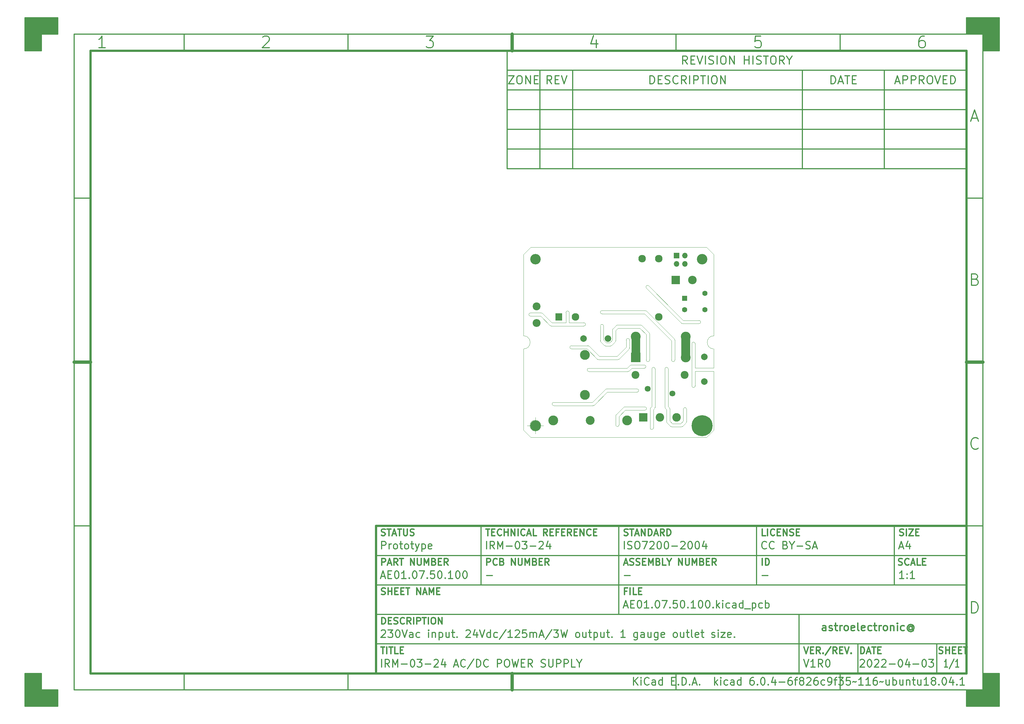
<source format=gbr>
%TF.GenerationSoftware,KiCad,Pcbnew,6.0.4-6f826c9f35~116~ubuntu18.04.1*%
%TF.CreationDate,2022-04-03T22:47:16+02:00*%
%TF.ProjectId,AE01.07.50.100,41453031-2e30-4372-9e35-302e3130302e,V1R0*%
%TF.SameCoordinates,PX9464480PY76a3180*%
%TF.FileFunction,Soldermask,Bot*%
%TF.FilePolarity,Negative*%
%FSLAX46Y46*%
G04 Gerber Fmt 4.6, Leading zero omitted, Abs format (unit mm)*
G04 Created by KiCad (PCBNEW 6.0.4-6f826c9f35~116~ubuntu18.04.1) date 2022-04-03 22:47:16*
%MOMM*%
%LPD*%
G01*
G04 APERTURE LIST*
G04 Aperture macros list*
%AMFreePoly0*
4,1,6,1.000000,0.000000,0.500000,-0.750000,-0.500000,-0.750000,-0.500000,0.750000,0.500000,0.750000,1.000000,0.000000,1.000000,0.000000,$1*%
G04 Aperture macros list end*
%ADD10C,0.100000*%
%ADD11C,0.350000*%
%ADD12C,0.700000*%
%ADD13C,1.050000*%
%ADD14C,0.400000*%
%ADD15C,0.460000*%
%TA.AperFunction,Profile*%
%ADD16C,0.050000*%
%TD*%
%ADD17C,3.000000*%
%ADD18R,2.600000X2.600000*%
%ADD19C,2.600000*%
%ADD20R,3.000000X3.000000*%
%ADD21C,2.400000*%
%ADD22C,2.000000*%
%ADD23R,2.000000X2.300000*%
%ADD24C,2.300000*%
%ADD25R,1.700000X1.700000*%
%ADD26O,1.700000X1.700000*%
%ADD27C,3.200000*%
%ADD28R,1.600000X1.600000*%
%ADD29C,1.600000*%
%ADD30C,2.700000*%
%ADD31C,1.800000*%
%ADD32O,2.400000X2.400000*%
%ADD33C,0.800000*%
%ADD34C,6.400000*%
%ADD35O,2.600000X2.600000*%
%ADD36FreePoly0,90.000000*%
%ADD37FreePoly0,270.000000*%
G04 APERTURE END LIST*
D10*
D11*
X-8597800Y114400000D02*
X-8597800Y78400000D01*
D10*
D11*
X1402200Y108400000D02*
X1402200Y78400000D01*
D10*
D11*
X11402200Y108400000D02*
X11402200Y78400000D01*
D10*
D11*
X81402200Y108400000D02*
X81402200Y78400000D01*
D10*
D11*
X106402200Y108400000D02*
X106402200Y78400000D01*
D10*
D11*
X131402200Y114400000D02*
X131402200Y64400000D01*
D10*
D11*
X131402200Y114400000D02*
X-8597800Y114400000D01*
D10*
D11*
X131402200Y108400000D02*
X-8597800Y108400000D01*
D10*
D11*
X131402200Y102400000D02*
X-8597800Y102400000D01*
D10*
D11*
X131402200Y96400000D02*
X-8597800Y96400000D01*
D10*
D11*
X131402200Y90400000D02*
X-8597800Y90400000D01*
D10*
D11*
X131402200Y84400000D02*
X-8597800Y84400000D01*
D10*
D11*
X131402200Y78400000D02*
X-8597800Y78400000D01*
D10*
D11*
X46342676Y110269048D02*
X45509342Y111459524D01*
X44914104Y110269048D02*
X44914104Y112769048D01*
X45866485Y112769048D01*
X46104580Y112650000D01*
X46223628Y112530953D01*
X46342676Y112292858D01*
X46342676Y111935715D01*
X46223628Y111697620D01*
X46104580Y111578572D01*
X45866485Y111459524D01*
X44914104Y111459524D01*
X47414104Y111578572D02*
X48247438Y111578572D01*
X48604580Y110269048D02*
X47414104Y110269048D01*
X47414104Y112769048D01*
X48604580Y112769048D01*
X49318866Y112769048D02*
X50152200Y110269048D01*
X50985533Y112769048D01*
X51818866Y110269048D02*
X51818866Y112769048D01*
X52890295Y110388096D02*
X53247438Y110269048D01*
X53842676Y110269048D01*
X54080771Y110388096D01*
X54199819Y110507143D01*
X54318866Y110745239D01*
X54318866Y110983334D01*
X54199819Y111221429D01*
X54080771Y111340477D01*
X53842676Y111459524D01*
X53366485Y111578572D01*
X53128390Y111697620D01*
X53009342Y111816667D01*
X52890295Y112054762D01*
X52890295Y112292858D01*
X53009342Y112530953D01*
X53128390Y112650000D01*
X53366485Y112769048D01*
X53961723Y112769048D01*
X54318866Y112650000D01*
X55390295Y110269048D02*
X55390295Y112769048D01*
X57056961Y112769048D02*
X57533152Y112769048D01*
X57771247Y112650000D01*
X58009342Y112411905D01*
X58128390Y111935715D01*
X58128390Y111102381D01*
X58009342Y110626191D01*
X57771247Y110388096D01*
X57533152Y110269048D01*
X57056961Y110269048D01*
X56818866Y110388096D01*
X56580771Y110626191D01*
X56461723Y111102381D01*
X56461723Y111935715D01*
X56580771Y112411905D01*
X56818866Y112650000D01*
X57056961Y112769048D01*
X59199819Y110269048D02*
X59199819Y112769048D01*
X60628390Y110269048D01*
X60628390Y112769048D01*
X63723628Y110269048D02*
X63723628Y112769048D01*
X63723628Y111578572D02*
X65152200Y111578572D01*
X65152200Y110269048D02*
X65152200Y112769048D01*
X66342676Y110269048D02*
X66342676Y112769048D01*
X67414104Y110388096D02*
X67771247Y110269048D01*
X68366485Y110269048D01*
X68604580Y110388096D01*
X68723628Y110507143D01*
X68842676Y110745239D01*
X68842676Y110983334D01*
X68723628Y111221429D01*
X68604580Y111340477D01*
X68366485Y111459524D01*
X67890295Y111578572D01*
X67652200Y111697620D01*
X67533152Y111816667D01*
X67414104Y112054762D01*
X67414104Y112292858D01*
X67533152Y112530953D01*
X67652200Y112650000D01*
X67890295Y112769048D01*
X68485533Y112769048D01*
X68842676Y112650000D01*
X69556961Y112769048D02*
X70985533Y112769048D01*
X70271247Y110269048D02*
X70271247Y112769048D01*
X72295057Y112769048D02*
X72771247Y112769048D01*
X73009342Y112650000D01*
X73247438Y112411905D01*
X73366485Y111935715D01*
X73366485Y111102381D01*
X73247438Y110626191D01*
X73009342Y110388096D01*
X72771247Y110269048D01*
X72295057Y110269048D01*
X72056961Y110388096D01*
X71818866Y110626191D01*
X71699819Y111102381D01*
X71699819Y111935715D01*
X71818866Y112411905D01*
X72056961Y112650000D01*
X72295057Y112769048D01*
X75866485Y110269048D02*
X75033152Y111459524D01*
X74437914Y110269048D02*
X74437914Y112769048D01*
X75390295Y112769048D01*
X75628390Y112650000D01*
X75747438Y112530953D01*
X75866485Y112292858D01*
X75866485Y111935715D01*
X75747438Y111697620D01*
X75628390Y111578572D01*
X75390295Y111459524D01*
X74437914Y111459524D01*
X77414104Y111459524D02*
X77414104Y110269048D01*
X76580771Y112769048D02*
X77414104Y111459524D01*
X78247438Y112769048D01*
D10*
D11*
X-8181134Y106769048D02*
X-6514467Y106769048D01*
X-8181134Y104269048D01*
X-6514467Y104269048D01*
X-5085896Y106769048D02*
X-4609705Y106769048D01*
X-4371610Y106650000D01*
X-4133515Y106411905D01*
X-4014467Y105935715D01*
X-4014467Y105102381D01*
X-4133515Y104626191D01*
X-4371610Y104388096D01*
X-4609705Y104269048D01*
X-5085896Y104269048D01*
X-5323991Y104388096D01*
X-5562086Y104626191D01*
X-5681134Y105102381D01*
X-5681134Y105935715D01*
X-5562086Y106411905D01*
X-5323991Y106650000D01*
X-5085896Y106769048D01*
X-2943039Y104269048D02*
X-2943039Y106769048D01*
X-1514467Y104269048D01*
X-1514467Y106769048D01*
X-323991Y105578572D02*
X509342Y105578572D01*
X866485Y104269048D02*
X-323991Y104269048D01*
X-323991Y106769048D01*
X866485Y106769048D01*
D10*
D11*
X4973628Y104269048D02*
X4140295Y105459524D01*
X3545057Y104269048D02*
X3545057Y106769048D01*
X4497438Y106769048D01*
X4735533Y106650000D01*
X4854580Y106530953D01*
X4973628Y106292858D01*
X4973628Y105935715D01*
X4854580Y105697620D01*
X4735533Y105578572D01*
X4497438Y105459524D01*
X3545057Y105459524D01*
X6045057Y105578572D02*
X6878390Y105578572D01*
X7235533Y104269048D02*
X6045057Y104269048D01*
X6045057Y106769048D01*
X7235533Y106769048D01*
X7949819Y106769048D02*
X8783152Y104269048D01*
X9616485Y106769048D01*
D10*
D11*
X34914104Y104269048D02*
X34914104Y106769048D01*
X35509342Y106769048D01*
X35866485Y106650000D01*
X36104580Y106411905D01*
X36223628Y106173810D01*
X36342676Y105697620D01*
X36342676Y105340477D01*
X36223628Y104864286D01*
X36104580Y104626191D01*
X35866485Y104388096D01*
X35509342Y104269048D01*
X34914104Y104269048D01*
X37414104Y105578572D02*
X38247438Y105578572D01*
X38604580Y104269048D02*
X37414104Y104269048D01*
X37414104Y106769048D01*
X38604580Y106769048D01*
X39556961Y104388096D02*
X39914104Y104269048D01*
X40509342Y104269048D01*
X40747438Y104388096D01*
X40866485Y104507143D01*
X40985533Y104745239D01*
X40985533Y104983334D01*
X40866485Y105221429D01*
X40747438Y105340477D01*
X40509342Y105459524D01*
X40033152Y105578572D01*
X39795057Y105697620D01*
X39676009Y105816667D01*
X39556961Y106054762D01*
X39556961Y106292858D01*
X39676009Y106530953D01*
X39795057Y106650000D01*
X40033152Y106769048D01*
X40628390Y106769048D01*
X40985533Y106650000D01*
X43485533Y104507143D02*
X43366485Y104388096D01*
X43009342Y104269048D01*
X42771247Y104269048D01*
X42414104Y104388096D01*
X42176009Y104626191D01*
X42056961Y104864286D01*
X41937914Y105340477D01*
X41937914Y105697620D01*
X42056961Y106173810D01*
X42176009Y106411905D01*
X42414104Y106650000D01*
X42771247Y106769048D01*
X43009342Y106769048D01*
X43366485Y106650000D01*
X43485533Y106530953D01*
X45985533Y104269048D02*
X45152200Y105459524D01*
X44556961Y104269048D02*
X44556961Y106769048D01*
X45509342Y106769048D01*
X45747438Y106650000D01*
X45866485Y106530953D01*
X45985533Y106292858D01*
X45985533Y105935715D01*
X45866485Y105697620D01*
X45747438Y105578572D01*
X45509342Y105459524D01*
X44556961Y105459524D01*
X47056961Y104269048D02*
X47056961Y106769048D01*
X48247438Y104269048D02*
X48247438Y106769048D01*
X49199819Y106769048D01*
X49437914Y106650000D01*
X49556961Y106530953D01*
X49676009Y106292858D01*
X49676009Y105935715D01*
X49556961Y105697620D01*
X49437914Y105578572D01*
X49199819Y105459524D01*
X48247438Y105459524D01*
X50390295Y106769048D02*
X51818866Y106769048D01*
X51104580Y104269048D02*
X51104580Y106769048D01*
X52652200Y104269048D02*
X52652200Y106769048D01*
X54318866Y106769048D02*
X54795057Y106769048D01*
X55033152Y106650000D01*
X55271247Y106411905D01*
X55390295Y105935715D01*
X55390295Y105102381D01*
X55271247Y104626191D01*
X55033152Y104388096D01*
X54795057Y104269048D01*
X54318866Y104269048D01*
X54080771Y104388096D01*
X53842676Y104626191D01*
X53723628Y105102381D01*
X53723628Y105935715D01*
X53842676Y106411905D01*
X54080771Y106650000D01*
X54318866Y106769048D01*
X56461723Y104269048D02*
X56461723Y106769048D01*
X57890295Y104269048D01*
X57890295Y106769048D01*
D10*
D11*
X109795057Y104983334D02*
X110985533Y104983334D01*
X109556961Y104269048D02*
X110390295Y106769048D01*
X111223628Y104269048D01*
X112056961Y104269048D02*
X112056961Y106769048D01*
X113009342Y106769048D01*
X113247438Y106650000D01*
X113366485Y106530953D01*
X113485533Y106292858D01*
X113485533Y105935715D01*
X113366485Y105697620D01*
X113247438Y105578572D01*
X113009342Y105459524D01*
X112056961Y105459524D01*
X114556961Y104269048D02*
X114556961Y106769048D01*
X115509342Y106769048D01*
X115747438Y106650000D01*
X115866485Y106530953D01*
X115985533Y106292858D01*
X115985533Y105935715D01*
X115866485Y105697620D01*
X115747438Y105578572D01*
X115509342Y105459524D01*
X114556961Y105459524D01*
X118485533Y104269048D02*
X117652200Y105459524D01*
X117056961Y104269048D02*
X117056961Y106769048D01*
X118009342Y106769048D01*
X118247438Y106650000D01*
X118366485Y106530953D01*
X118485533Y106292858D01*
X118485533Y105935715D01*
X118366485Y105697620D01*
X118247438Y105578572D01*
X118009342Y105459524D01*
X117056961Y105459524D01*
X120033152Y106769048D02*
X120509342Y106769048D01*
X120747438Y106650000D01*
X120985533Y106411905D01*
X121104580Y105935715D01*
X121104580Y105102381D01*
X120985533Y104626191D01*
X120747438Y104388096D01*
X120509342Y104269048D01*
X120033152Y104269048D01*
X119795057Y104388096D01*
X119556961Y104626191D01*
X119437914Y105102381D01*
X119437914Y105935715D01*
X119556961Y106411905D01*
X119795057Y106650000D01*
X120033152Y106769048D01*
X121818866Y106769048D02*
X122652200Y104269048D01*
X123485533Y106769048D01*
X124318866Y105578572D02*
X125152200Y105578572D01*
X125509342Y104269048D02*
X124318866Y104269048D01*
X124318866Y106769048D01*
X125509342Y106769048D01*
X126580771Y104269048D02*
X126580771Y106769048D01*
X127176009Y106769048D01*
X127533152Y106650000D01*
X127771247Y106411905D01*
X127890295Y106173810D01*
X128009342Y105697620D01*
X128009342Y105340477D01*
X127890295Y104864286D01*
X127771247Y104626191D01*
X127533152Y104388096D01*
X127176009Y104269048D01*
X126580771Y104269048D01*
D10*
D11*
X90092676Y104269048D02*
X90092676Y106769048D01*
X90687914Y106769048D01*
X91045057Y106650000D01*
X91283152Y106411905D01*
X91402200Y106173810D01*
X91521247Y105697620D01*
X91521247Y105340477D01*
X91402200Y104864286D01*
X91283152Y104626191D01*
X91045057Y104388096D01*
X90687914Y104269048D01*
X90092676Y104269048D01*
X92473628Y104983334D02*
X93664104Y104983334D01*
X92235533Y104269048D02*
X93068866Y106769048D01*
X93902200Y104269048D01*
X94378390Y106769048D02*
X95806961Y106769048D01*
X95092676Y104269048D02*
X95092676Y106769048D01*
X96640295Y105578572D02*
X97473628Y105578572D01*
X97830771Y104269048D02*
X96640295Y104269048D01*
X96640295Y106769048D01*
X97830771Y106769048D01*
D10*
D11*
X-140600000Y119400000D02*
X-140600000Y-80607200D01*
X136402200Y-80607200D01*
X136402200Y119400000D01*
X-140600000Y119400000D01*
D10*
D12*
X-135600000Y114400000D02*
X-135600000Y-75607200D01*
X131402200Y-75607200D01*
X131402200Y114400000D01*
X-135600000Y114400000D01*
D10*
D13*
X-7100000Y119400000D02*
X-7100000Y114400000D01*
D10*
D13*
X-7100000Y-80607200D02*
X-7100000Y-75607200D01*
D10*
D13*
X-140600000Y19400000D02*
X-135600000Y19400000D01*
D10*
D13*
X136402200Y19400000D02*
X131402200Y19400000D01*
D10*
D11*
X-107100000Y119400000D02*
X-107100000Y114400000D01*
D10*
D11*
X-57100000Y119400000D02*
X-57100000Y114400000D01*
D10*
D11*
X-7100000Y119400000D02*
X-7100000Y114400000D01*
D10*
D11*
X42900000Y119400000D02*
X42900000Y114400000D01*
D10*
D11*
X92900000Y119400000D02*
X92900000Y114400000D01*
D10*
D11*
X-107100000Y-80607200D02*
X-107100000Y-75607200D01*
D10*
D11*
X-57100000Y-80607200D02*
X-57100000Y-75607200D01*
D10*
D11*
X-7100000Y-80607200D02*
X-7100000Y-75607200D01*
D10*
D11*
X42900000Y-80607200D02*
X42900000Y-75607200D01*
D10*
D11*
X92900000Y-80607200D02*
X92900000Y-75607200D01*
D10*
D11*
X-140600000Y69400000D02*
X-135600000Y69400000D01*
D10*
D11*
X-140600000Y19400000D02*
X-135600000Y19400000D01*
D10*
D11*
X-140600000Y-30600000D02*
X-135600000Y-30600000D01*
D10*
D11*
X136402200Y69400000D02*
X131402200Y69400000D01*
D10*
D11*
X136402200Y19400000D02*
X131402200Y19400000D01*
D10*
D11*
X136402200Y-30600000D02*
X131402200Y-30600000D01*
D10*
D11*
X-131100000Y115316667D02*
X-133100000Y115316667D01*
X-132100000Y115316667D02*
X-132100000Y118816667D01*
X-132433334Y118316667D01*
X-132766667Y117983334D01*
X-133100000Y117816667D01*
D10*
D11*
X-83100000Y118483334D02*
X-82933334Y118650000D01*
X-82600000Y118816667D01*
X-81766667Y118816667D01*
X-81433334Y118650000D01*
X-81266667Y118483334D01*
X-81100000Y118150000D01*
X-81100000Y117816667D01*
X-81266667Y117316667D01*
X-83266667Y115316667D01*
X-81100000Y115316667D01*
D10*
D11*
X-33266667Y118816667D02*
X-31100000Y118816667D01*
X-32266667Y117483334D01*
X-31766667Y117483334D01*
X-31433334Y117316667D01*
X-31266667Y117150000D01*
X-31100000Y116816667D01*
X-31100000Y115983334D01*
X-31266667Y115650000D01*
X-31433334Y115483334D01*
X-31766667Y115316667D01*
X-32766667Y115316667D01*
X-33100000Y115483334D01*
X-33266667Y115650000D01*
D10*
D11*
X18566666Y117650000D02*
X18566666Y115316667D01*
X17733333Y118983334D02*
X16900000Y116483334D01*
X19066666Y116483334D01*
D10*
D11*
X68733333Y118816667D02*
X67066666Y118816667D01*
X66900000Y117150000D01*
X67066666Y117316667D01*
X67400000Y117483334D01*
X68233333Y117483334D01*
X68566666Y117316667D01*
X68733333Y117150000D01*
X68900000Y116816667D01*
X68900000Y115983334D01*
X68733333Y115650000D01*
X68566666Y115483334D01*
X68233333Y115316667D01*
X67400000Y115316667D01*
X67066666Y115483334D01*
X66900000Y115650000D01*
D10*
D11*
X118566666Y118816667D02*
X117900000Y118816667D01*
X117566666Y118650000D01*
X117400000Y118483334D01*
X117066666Y117983334D01*
X116900000Y117316667D01*
X116900000Y115983334D01*
X117066666Y115650000D01*
X117233333Y115483334D01*
X117566666Y115316667D01*
X118233333Y115316667D01*
X118566666Y115483334D01*
X118733333Y115650000D01*
X118900000Y115983334D01*
X118900000Y116816667D01*
X118733333Y117150000D01*
X118566666Y117316667D01*
X118233333Y117483334D01*
X117566666Y117483334D01*
X117233333Y117316667D01*
X117066666Y117150000D01*
X116900000Y116816667D01*
D10*
D11*
X133068866Y93816667D02*
X134735533Y93816667D01*
X132735533Y92816667D02*
X133902200Y96316667D01*
X135068866Y92816667D01*
D10*
D11*
X134152200Y44650000D02*
X134652200Y44483334D01*
X134818866Y44316667D01*
X134985533Y43983334D01*
X134985533Y43483334D01*
X134818866Y43150000D01*
X134652200Y42983334D01*
X134318866Y42816667D01*
X132985533Y42816667D01*
X132985533Y46316667D01*
X134152200Y46316667D01*
X134485533Y46150000D01*
X134652200Y45983334D01*
X134818866Y45650000D01*
X134818866Y45316667D01*
X134652200Y44983334D01*
X134485533Y44816667D01*
X134152200Y44650000D01*
X132985533Y44650000D01*
D10*
D11*
X134985533Y-6850000D02*
X134818866Y-7016666D01*
X134318866Y-7183333D01*
X133985533Y-7183333D01*
X133485533Y-7016666D01*
X133152200Y-6683333D01*
X132985533Y-6350000D01*
X132818866Y-5683333D01*
X132818866Y-5183333D01*
X132985533Y-4516666D01*
X133152200Y-4183333D01*
X133485533Y-3850000D01*
X133985533Y-3683333D01*
X134318866Y-3683333D01*
X134818866Y-3850000D01*
X134985533Y-4016666D01*
D10*
D11*
X132985533Y-57183333D02*
X132985533Y-53683333D01*
X133818866Y-53683333D01*
X134318866Y-53850000D01*
X134652200Y-54183333D01*
X134818866Y-54516666D01*
X134985533Y-55183333D01*
X134985533Y-55683333D01*
X134818866Y-56350000D01*
X134652200Y-56683333D01*
X134318866Y-57016666D01*
X133818866Y-57183333D01*
X132985533Y-57183333D01*
D10*
G36*
X-155600000Y124400000D02*
G01*
X-145600000Y124400000D01*
X-145600000Y119400000D01*
X-150600000Y119400000D01*
X-150600000Y114400000D01*
X-155600000Y114400000D01*
X-155600000Y124400000D01*
G37*
D11*
X-155600000Y124400000D02*
X-145600000Y124400000D01*
X-145600000Y119400000D01*
X-150600000Y119400000D01*
X-150600000Y114400000D01*
X-155600000Y114400000D01*
X-155600000Y124400000D01*
D10*
G36*
X-155600000Y-85607199D02*
G01*
X-155600000Y-75607199D01*
X-150600000Y-75607199D01*
X-150600000Y-80607199D01*
X-145600000Y-80607199D01*
X-145600000Y-85607199D01*
X-155600000Y-85607199D01*
G37*
D11*
X-155600000Y-85607199D02*
X-155600000Y-75607199D01*
X-150600000Y-75607199D01*
X-150600000Y-80607199D01*
X-145600000Y-80607199D01*
X-145600000Y-85607199D01*
X-155600000Y-85607199D01*
D10*
G36*
X141402200Y124400000D02*
G01*
X141402200Y114400000D01*
X136402200Y114400000D01*
X136402200Y119400000D01*
X131402200Y119400000D01*
X131402200Y124400000D01*
X141402200Y124400000D01*
G37*
D11*
X141402200Y124400000D02*
X141402200Y114400000D01*
X136402200Y114400000D01*
X136402200Y119400000D01*
X131402200Y119400000D01*
X131402200Y124400000D01*
X141402200Y124400000D01*
D10*
G36*
X141402200Y-85607199D02*
G01*
X131402200Y-85607199D01*
X131402200Y-80607199D01*
X136402200Y-80607199D01*
X136402200Y-75607199D01*
X141402200Y-75607199D01*
X141402200Y-85607199D01*
G37*
D11*
X141402200Y-85607199D02*
X131402200Y-85607199D01*
X131402200Y-80607199D01*
X136402200Y-80607199D01*
X136402200Y-75607199D01*
X141402200Y-75607199D01*
X141402200Y-85607199D01*
D10*
D12*
X131402200Y-75607200D02*
X131402200Y-30607200D01*
X-48597800Y-30607200D01*
X-48597800Y-75607200D01*
X131402200Y-75607200D01*
D10*
D11*
X131402200Y-48607200D02*
X-48597800Y-48607200D01*
D10*
D11*
X131402200Y-57607200D02*
X-48597800Y-57607200D01*
D10*
D11*
X131402200Y-66607200D02*
X-48597800Y-66607200D01*
D10*
D11*
X-16597800Y-30607200D02*
X-16597800Y-48607200D01*
D10*
D11*
X25402200Y-30607200D02*
X25402200Y-57607200D01*
D10*
D11*
X67402200Y-30607200D02*
X67402200Y-48607200D01*
D10*
D11*
X80402200Y-57607200D02*
X80402200Y-75607200D01*
D10*
D11*
X98292200Y-66607000D02*
X98292200Y-75607000D01*
D10*
D11*
X122402200Y-66607200D02*
X122402200Y-75607200D01*
D10*
D14*
X-46956848Y-33416723D02*
X-46671134Y-33511961D01*
X-46194943Y-33511961D01*
X-46004467Y-33416723D01*
X-45909229Y-33321485D01*
X-45813991Y-33131009D01*
X-45813991Y-32940533D01*
X-45909229Y-32750057D01*
X-46004467Y-32654819D01*
X-46194943Y-32559580D01*
X-46575896Y-32464342D01*
X-46766372Y-32369104D01*
X-46861610Y-32273866D01*
X-46956848Y-32083390D01*
X-46956848Y-31892914D01*
X-46861610Y-31702438D01*
X-46766372Y-31607200D01*
X-46575896Y-31511961D01*
X-46099705Y-31511961D01*
X-45813991Y-31607200D01*
X-45242562Y-31511961D02*
X-44099705Y-31511961D01*
X-44671134Y-33511961D02*
X-44671134Y-31511961D01*
X-43528277Y-32940533D02*
X-42575896Y-32940533D01*
X-43718753Y-33511961D02*
X-43052086Y-31511961D01*
X-42385420Y-33511961D01*
X-42004467Y-31511961D02*
X-40861610Y-31511961D01*
X-41433039Y-33511961D02*
X-41433039Y-31511961D01*
X-40194943Y-31511961D02*
X-40194943Y-33131009D01*
X-40099705Y-33321485D01*
X-40004467Y-33416723D01*
X-39813991Y-33511961D01*
X-39433039Y-33511961D01*
X-39242562Y-33416723D01*
X-39147324Y-33321485D01*
X-39052086Y-33131009D01*
X-39052086Y-31511961D01*
X-38194943Y-33416723D02*
X-37909229Y-33511961D01*
X-37433039Y-33511961D01*
X-37242562Y-33416723D01*
X-37147324Y-33321485D01*
X-37052086Y-33131009D01*
X-37052086Y-32940533D01*
X-37147324Y-32750057D01*
X-37242562Y-32654819D01*
X-37433039Y-32559580D01*
X-37813991Y-32464342D01*
X-38004467Y-32369104D01*
X-38099705Y-32273866D01*
X-38194943Y-32083390D01*
X-38194943Y-31892914D01*
X-38099705Y-31702438D01*
X-38004467Y-31607200D01*
X-37813991Y-31511961D01*
X-37337800Y-31511961D01*
X-37052086Y-31607200D01*
D10*
D14*
X-15147324Y-31511961D02*
X-14004467Y-31511961D01*
X-14575896Y-33511961D02*
X-14575896Y-31511961D01*
X-13337800Y-32464342D02*
X-12671134Y-32464342D01*
X-12385420Y-33511961D02*
X-13337800Y-33511961D01*
X-13337800Y-31511961D01*
X-12385420Y-31511961D01*
X-10385420Y-33321485D02*
X-10480658Y-33416723D01*
X-10766372Y-33511961D01*
X-10956848Y-33511961D01*
X-11242562Y-33416723D01*
X-11433039Y-33226247D01*
X-11528277Y-33035771D01*
X-11623515Y-32654819D01*
X-11623515Y-32369104D01*
X-11528277Y-31988152D01*
X-11433039Y-31797676D01*
X-11242562Y-31607200D01*
X-10956848Y-31511961D01*
X-10766372Y-31511961D01*
X-10480658Y-31607200D01*
X-10385420Y-31702438D01*
X-9528277Y-33511961D02*
X-9528277Y-31511961D01*
X-9528277Y-32464342D02*
X-8385420Y-32464342D01*
X-8385420Y-33511961D02*
X-8385420Y-31511961D01*
X-7433039Y-33511961D02*
X-7433039Y-31511961D01*
X-6290181Y-33511961D01*
X-6290181Y-31511961D01*
X-5337800Y-33511961D02*
X-5337800Y-31511961D01*
X-3242562Y-33321485D02*
X-3337800Y-33416723D01*
X-3623515Y-33511961D01*
X-3813991Y-33511961D01*
X-4099705Y-33416723D01*
X-4290181Y-33226247D01*
X-4385420Y-33035771D01*
X-4480658Y-32654819D01*
X-4480658Y-32369104D01*
X-4385420Y-31988152D01*
X-4290181Y-31797676D01*
X-4099705Y-31607200D01*
X-3813991Y-31511961D01*
X-3623515Y-31511961D01*
X-3337800Y-31607200D01*
X-3242562Y-31702438D01*
X-2480658Y-32940533D02*
X-1528277Y-32940533D01*
X-2671134Y-33511961D02*
X-2004467Y-31511961D01*
X-1337800Y-33511961D01*
X281247Y-33511961D02*
X-671134Y-33511961D01*
X-671134Y-31511961D01*
X3614580Y-33511961D02*
X2947914Y-32559580D01*
X2471723Y-33511961D02*
X2471723Y-31511961D01*
X3233628Y-31511961D01*
X3424104Y-31607200D01*
X3519342Y-31702438D01*
X3614580Y-31892914D01*
X3614580Y-32178628D01*
X3519342Y-32369104D01*
X3424104Y-32464342D01*
X3233628Y-32559580D01*
X2471723Y-32559580D01*
X4471723Y-32464342D02*
X5138390Y-32464342D01*
X5424104Y-33511961D02*
X4471723Y-33511961D01*
X4471723Y-31511961D01*
X5424104Y-31511961D01*
X6947914Y-32464342D02*
X6281247Y-32464342D01*
X6281247Y-33511961D02*
X6281247Y-31511961D01*
X7233628Y-31511961D01*
X7995533Y-32464342D02*
X8662200Y-32464342D01*
X8947914Y-33511961D02*
X7995533Y-33511961D01*
X7995533Y-31511961D01*
X8947914Y-31511961D01*
X10947914Y-33511961D02*
X10281247Y-32559580D01*
X9805057Y-33511961D02*
X9805057Y-31511961D01*
X10566961Y-31511961D01*
X10757438Y-31607200D01*
X10852676Y-31702438D01*
X10947914Y-31892914D01*
X10947914Y-32178628D01*
X10852676Y-32369104D01*
X10757438Y-32464342D01*
X10566961Y-32559580D01*
X9805057Y-32559580D01*
X11805057Y-32464342D02*
X12471723Y-32464342D01*
X12757438Y-33511961D02*
X11805057Y-33511961D01*
X11805057Y-31511961D01*
X12757438Y-31511961D01*
X13614580Y-33511961D02*
X13614580Y-31511961D01*
X14757438Y-33511961D01*
X14757438Y-31511961D01*
X16852676Y-33321485D02*
X16757438Y-33416723D01*
X16471723Y-33511961D01*
X16281247Y-33511961D01*
X15995533Y-33416723D01*
X15805057Y-33226247D01*
X15709819Y-33035771D01*
X15614580Y-32654819D01*
X15614580Y-32369104D01*
X15709819Y-31988152D01*
X15805057Y-31797676D01*
X15995533Y-31607200D01*
X16281247Y-31511961D01*
X16471723Y-31511961D01*
X16757438Y-31607200D01*
X16852676Y-31702438D01*
X17709819Y-32464342D02*
X18376485Y-32464342D01*
X18662200Y-33511961D02*
X17709819Y-33511961D01*
X17709819Y-31511961D01*
X18662200Y-31511961D01*
D10*
D14*
X27043152Y-33416723D02*
X27328866Y-33511961D01*
X27805057Y-33511961D01*
X27995533Y-33416723D01*
X28090771Y-33321485D01*
X28186009Y-33131009D01*
X28186009Y-32940533D01*
X28090771Y-32750057D01*
X27995533Y-32654819D01*
X27805057Y-32559580D01*
X27424104Y-32464342D01*
X27233628Y-32369104D01*
X27138390Y-32273866D01*
X27043152Y-32083390D01*
X27043152Y-31892914D01*
X27138390Y-31702438D01*
X27233628Y-31607200D01*
X27424104Y-31511961D01*
X27900295Y-31511961D01*
X28186009Y-31607200D01*
X28757438Y-31511961D02*
X29900295Y-31511961D01*
X29328866Y-33511961D02*
X29328866Y-31511961D01*
X30471723Y-32940533D02*
X31424104Y-32940533D01*
X30281247Y-33511961D02*
X30947914Y-31511961D01*
X31614580Y-33511961D01*
X32281247Y-33511961D02*
X32281247Y-31511961D01*
X33424104Y-33511961D01*
X33424104Y-31511961D01*
X34376485Y-33511961D02*
X34376485Y-31511961D01*
X34852676Y-31511961D01*
X35138390Y-31607200D01*
X35328866Y-31797676D01*
X35424104Y-31988152D01*
X35519342Y-32369104D01*
X35519342Y-32654819D01*
X35424104Y-33035771D01*
X35328866Y-33226247D01*
X35138390Y-33416723D01*
X34852676Y-33511961D01*
X34376485Y-33511961D01*
X36281247Y-32940533D02*
X37233628Y-32940533D01*
X36090771Y-33511961D02*
X36757438Y-31511961D01*
X37424104Y-33511961D01*
X39233628Y-33511961D02*
X38566961Y-32559580D01*
X38090771Y-33511961D02*
X38090771Y-31511961D01*
X38852676Y-31511961D01*
X39043152Y-31607200D01*
X39138390Y-31702438D01*
X39233628Y-31892914D01*
X39233628Y-32178628D01*
X39138390Y-32369104D01*
X39043152Y-32464342D01*
X38852676Y-32559580D01*
X38090771Y-32559580D01*
X40090771Y-33511961D02*
X40090771Y-31511961D01*
X40566961Y-31511961D01*
X40852676Y-31607200D01*
X41043152Y-31797676D01*
X41138390Y-31988152D01*
X41233628Y-32369104D01*
X41233628Y-32654819D01*
X41138390Y-33035771D01*
X41043152Y-33226247D01*
X40852676Y-33416723D01*
X40566961Y-33511961D01*
X40090771Y-33511961D01*
D10*
D14*
X70090771Y-33511961D02*
X69138390Y-33511961D01*
X69138390Y-31511961D01*
X70757438Y-33511961D02*
X70757438Y-31511961D01*
X72852676Y-33321485D02*
X72757438Y-33416723D01*
X72471723Y-33511961D01*
X72281247Y-33511961D01*
X71995533Y-33416723D01*
X71805057Y-33226247D01*
X71709819Y-33035771D01*
X71614580Y-32654819D01*
X71614580Y-32369104D01*
X71709819Y-31988152D01*
X71805057Y-31797676D01*
X71995533Y-31607200D01*
X72281247Y-31511961D01*
X72471723Y-31511961D01*
X72757438Y-31607200D01*
X72852676Y-31702438D01*
X73709819Y-32464342D02*
X74376485Y-32464342D01*
X74662200Y-33511961D02*
X73709819Y-33511961D01*
X73709819Y-31511961D01*
X74662200Y-31511961D01*
X75519342Y-33511961D02*
X75519342Y-31511961D01*
X76662200Y-33511961D01*
X76662200Y-31511961D01*
X77519342Y-33416723D02*
X77805057Y-33511961D01*
X78281247Y-33511961D01*
X78471723Y-33416723D01*
X78566961Y-33321485D01*
X78662200Y-33131009D01*
X78662200Y-32940533D01*
X78566961Y-32750057D01*
X78471723Y-32654819D01*
X78281247Y-32559580D01*
X77900295Y-32464342D01*
X77709819Y-32369104D01*
X77614580Y-32273866D01*
X77519342Y-32083390D01*
X77519342Y-31892914D01*
X77614580Y-31702438D01*
X77709819Y-31607200D01*
X77900295Y-31511961D01*
X78376485Y-31511961D01*
X78662200Y-31607200D01*
X79519342Y-32464342D02*
X80186009Y-32464342D01*
X80471723Y-33511961D02*
X79519342Y-33511961D01*
X79519342Y-31511961D01*
X80471723Y-31511961D01*
D10*
D14*
X27043152Y-41940533D02*
X27995533Y-41940533D01*
X26852676Y-42511961D02*
X27519342Y-40511961D01*
X28186009Y-42511961D01*
X28757438Y-42416723D02*
X29043152Y-42511961D01*
X29519342Y-42511961D01*
X29709819Y-42416723D01*
X29805057Y-42321485D01*
X29900295Y-42131009D01*
X29900295Y-41940533D01*
X29805057Y-41750057D01*
X29709819Y-41654819D01*
X29519342Y-41559580D01*
X29138390Y-41464342D01*
X28947914Y-41369104D01*
X28852676Y-41273866D01*
X28757438Y-41083390D01*
X28757438Y-40892914D01*
X28852676Y-40702438D01*
X28947914Y-40607200D01*
X29138390Y-40511961D01*
X29614580Y-40511961D01*
X29900295Y-40607200D01*
X30662200Y-42416723D02*
X30947914Y-42511961D01*
X31424104Y-42511961D01*
X31614580Y-42416723D01*
X31709819Y-42321485D01*
X31805057Y-42131009D01*
X31805057Y-41940533D01*
X31709819Y-41750057D01*
X31614580Y-41654819D01*
X31424104Y-41559580D01*
X31043152Y-41464342D01*
X30852676Y-41369104D01*
X30757438Y-41273866D01*
X30662200Y-41083390D01*
X30662200Y-40892914D01*
X30757438Y-40702438D01*
X30852676Y-40607200D01*
X31043152Y-40511961D01*
X31519342Y-40511961D01*
X31805057Y-40607200D01*
X32662200Y-41464342D02*
X33328866Y-41464342D01*
X33614580Y-42511961D02*
X32662200Y-42511961D01*
X32662200Y-40511961D01*
X33614580Y-40511961D01*
X34471723Y-42511961D02*
X34471723Y-40511961D01*
X35138390Y-41940533D01*
X35805057Y-40511961D01*
X35805057Y-42511961D01*
X37424104Y-41464342D02*
X37709819Y-41559580D01*
X37805057Y-41654819D01*
X37900295Y-41845295D01*
X37900295Y-42131009D01*
X37805057Y-42321485D01*
X37709819Y-42416723D01*
X37519342Y-42511961D01*
X36757438Y-42511961D01*
X36757438Y-40511961D01*
X37424104Y-40511961D01*
X37614580Y-40607200D01*
X37709819Y-40702438D01*
X37805057Y-40892914D01*
X37805057Y-41083390D01*
X37709819Y-41273866D01*
X37614580Y-41369104D01*
X37424104Y-41464342D01*
X36757438Y-41464342D01*
X39709819Y-42511961D02*
X38757438Y-42511961D01*
X38757438Y-40511961D01*
X40757438Y-41559580D02*
X40757438Y-42511961D01*
X40090771Y-40511961D02*
X40757438Y-41559580D01*
X41424104Y-40511961D01*
X43614580Y-42511961D02*
X43614580Y-40511961D01*
X44757438Y-42511961D01*
X44757438Y-40511961D01*
X45709819Y-40511961D02*
X45709819Y-42131009D01*
X45805057Y-42321485D01*
X45900295Y-42416723D01*
X46090771Y-42511961D01*
X46471723Y-42511961D01*
X46662200Y-42416723D01*
X46757438Y-42321485D01*
X46852676Y-42131009D01*
X46852676Y-40511961D01*
X47805057Y-42511961D02*
X47805057Y-40511961D01*
X48471723Y-41940533D01*
X49138390Y-40511961D01*
X49138390Y-42511961D01*
X50757438Y-41464342D02*
X51043152Y-41559580D01*
X51138390Y-41654819D01*
X51233628Y-41845295D01*
X51233628Y-42131009D01*
X51138390Y-42321485D01*
X51043152Y-42416723D01*
X50852676Y-42511961D01*
X50090771Y-42511961D01*
X50090771Y-40511961D01*
X50757438Y-40511961D01*
X50947914Y-40607200D01*
X51043152Y-40702438D01*
X51138390Y-40892914D01*
X51138390Y-41083390D01*
X51043152Y-41273866D01*
X50947914Y-41369104D01*
X50757438Y-41464342D01*
X50090771Y-41464342D01*
X52090771Y-41464342D02*
X52757438Y-41464342D01*
X53043152Y-42511961D02*
X52090771Y-42511961D01*
X52090771Y-40511961D01*
X53043152Y-40511961D01*
X55043152Y-42511961D02*
X54376485Y-41559580D01*
X53900295Y-42511961D02*
X53900295Y-40511961D01*
X54662200Y-40511961D01*
X54852676Y-40607200D01*
X54947914Y-40702438D01*
X55043152Y-40892914D01*
X55043152Y-41178628D01*
X54947914Y-41369104D01*
X54852676Y-41464342D01*
X54662200Y-41559580D01*
X53900295Y-41559580D01*
D10*
D14*
X69138390Y-42511961D02*
X69138390Y-40511961D01*
X70090771Y-42511961D02*
X70090771Y-40511961D01*
X70566961Y-40511961D01*
X70852676Y-40607200D01*
X71043152Y-40797676D01*
X71138390Y-40988152D01*
X71233628Y-41369104D01*
X71233628Y-41654819D01*
X71138390Y-42035771D01*
X71043152Y-42226247D01*
X70852676Y-42416723D01*
X70566961Y-42511961D01*
X70090771Y-42511961D01*
D10*
D14*
X81852676Y-67511961D02*
X82519342Y-69511961D01*
X83186009Y-67511961D01*
X83852676Y-68464342D02*
X84519342Y-68464342D01*
X84805057Y-69511961D02*
X83852676Y-69511961D01*
X83852676Y-67511961D01*
X84805057Y-67511961D01*
X86805057Y-69511961D02*
X86138390Y-68559580D01*
X85662200Y-69511961D02*
X85662200Y-67511961D01*
X86424104Y-67511961D01*
X86614580Y-67607200D01*
X86709819Y-67702438D01*
X86805057Y-67892914D01*
X86805057Y-68178628D01*
X86709819Y-68369104D01*
X86614580Y-68464342D01*
X86424104Y-68559580D01*
X85662200Y-68559580D01*
X87662200Y-69321485D02*
X87757438Y-69416723D01*
X87662200Y-69511961D01*
X87566961Y-69416723D01*
X87662200Y-69321485D01*
X87662200Y-69511961D01*
X90043152Y-67416723D02*
X88328866Y-69988152D01*
X91852676Y-69511961D02*
X91186009Y-68559580D01*
X90709819Y-69511961D02*
X90709819Y-67511961D01*
X91471723Y-67511961D01*
X91662200Y-67607200D01*
X91757438Y-67702438D01*
X91852676Y-67892914D01*
X91852676Y-68178628D01*
X91757438Y-68369104D01*
X91662200Y-68464342D01*
X91471723Y-68559580D01*
X90709819Y-68559580D01*
X92709819Y-68464342D02*
X93376485Y-68464342D01*
X93662200Y-69511961D02*
X92709819Y-69511961D01*
X92709819Y-67511961D01*
X93662200Y-67511961D01*
X94233628Y-67511961D02*
X94900295Y-69511961D01*
X95566961Y-67511961D01*
X96233628Y-69321485D02*
X96328866Y-69416723D01*
X96233628Y-69511961D01*
X96138390Y-69416723D01*
X96233628Y-69321485D01*
X96233628Y-69511961D01*
D10*
D14*
X99138390Y-69511961D02*
X99138390Y-67511961D01*
X99614580Y-67511961D01*
X99900295Y-67607200D01*
X100090771Y-67797676D01*
X100186009Y-67988152D01*
X100281247Y-68369104D01*
X100281247Y-68654819D01*
X100186009Y-69035771D01*
X100090771Y-69226247D01*
X99900295Y-69416723D01*
X99614580Y-69511961D01*
X99138390Y-69511961D01*
X101043152Y-68940533D02*
X101995533Y-68940533D01*
X100852676Y-69511961D02*
X101519342Y-67511961D01*
X102186009Y-69511961D01*
X102566961Y-67511961D02*
X103709819Y-67511961D01*
X103138390Y-69511961D02*
X103138390Y-67511961D01*
X104376485Y-68464342D02*
X105043152Y-68464342D01*
X105328866Y-69511961D02*
X104376485Y-69511961D01*
X104376485Y-67511961D01*
X105328866Y-67511961D01*
D10*
D14*
X123043152Y-69416723D02*
X123328866Y-69511961D01*
X123805057Y-69511961D01*
X123995533Y-69416723D01*
X124090771Y-69321485D01*
X124186009Y-69131009D01*
X124186009Y-68940533D01*
X124090771Y-68750057D01*
X123995533Y-68654819D01*
X123805057Y-68559580D01*
X123424104Y-68464342D01*
X123233628Y-68369104D01*
X123138390Y-68273866D01*
X123043152Y-68083390D01*
X123043152Y-67892914D01*
X123138390Y-67702438D01*
X123233628Y-67607200D01*
X123424104Y-67511961D01*
X123900295Y-67511961D01*
X124186009Y-67607200D01*
X125043152Y-69511961D02*
X125043152Y-67511961D01*
X125043152Y-68464342D02*
X126186009Y-68464342D01*
X126186009Y-69511961D02*
X126186009Y-67511961D01*
X127138390Y-68464342D02*
X127805057Y-68464342D01*
X128090771Y-69511961D02*
X127138390Y-69511961D01*
X127138390Y-67511961D01*
X128090771Y-67511961D01*
X128947914Y-68464342D02*
X129614580Y-68464342D01*
X129900295Y-69511961D02*
X128947914Y-69511961D01*
X128947914Y-67511961D01*
X129900295Y-67511961D01*
X130471723Y-67511961D02*
X131614580Y-67511961D01*
X131043152Y-69511961D02*
X131043152Y-67511961D01*
D10*
D11*
X69124819Y-45771485D02*
X70877200Y-45771485D01*
D10*
D15*
X88533152Y-62497676D02*
X88533152Y-61292914D01*
X88423628Y-61073866D01*
X88204580Y-60964342D01*
X87766485Y-60964342D01*
X87547438Y-61073866D01*
X88533152Y-62388152D02*
X88314104Y-62497676D01*
X87766485Y-62497676D01*
X87547438Y-62388152D01*
X87437914Y-62169104D01*
X87437914Y-61950057D01*
X87547438Y-61731009D01*
X87766485Y-61621485D01*
X88314104Y-61621485D01*
X88533152Y-61511961D01*
X89518866Y-62388152D02*
X89737914Y-62497676D01*
X90176009Y-62497676D01*
X90395057Y-62388152D01*
X90504580Y-62169104D01*
X90504580Y-62059580D01*
X90395057Y-61840533D01*
X90176009Y-61731009D01*
X89847438Y-61731009D01*
X89628390Y-61621485D01*
X89518866Y-61402438D01*
X89518866Y-61292914D01*
X89628390Y-61073866D01*
X89847438Y-60964342D01*
X90176009Y-60964342D01*
X90395057Y-61073866D01*
X91161723Y-60964342D02*
X92037914Y-60964342D01*
X91490295Y-60197676D02*
X91490295Y-62169104D01*
X91599819Y-62388152D01*
X91818866Y-62497676D01*
X92037914Y-62497676D01*
X92804580Y-62497676D02*
X92804580Y-60964342D01*
X92804580Y-61402438D02*
X92914104Y-61183390D01*
X93023628Y-61073866D01*
X93242676Y-60964342D01*
X93461723Y-60964342D01*
X94556961Y-62497676D02*
X94337914Y-62388152D01*
X94228390Y-62278628D01*
X94118866Y-62059580D01*
X94118866Y-61402438D01*
X94228390Y-61183390D01*
X94337914Y-61073866D01*
X94556961Y-60964342D01*
X94885533Y-60964342D01*
X95104580Y-61073866D01*
X95214104Y-61183390D01*
X95323628Y-61402438D01*
X95323628Y-62059580D01*
X95214104Y-62278628D01*
X95104580Y-62388152D01*
X94885533Y-62497676D01*
X94556961Y-62497676D01*
X97185533Y-62388152D02*
X96966485Y-62497676D01*
X96528390Y-62497676D01*
X96309342Y-62388152D01*
X96199819Y-62169104D01*
X96199819Y-61292914D01*
X96309342Y-61073866D01*
X96528390Y-60964342D01*
X96966485Y-60964342D01*
X97185533Y-61073866D01*
X97295057Y-61292914D01*
X97295057Y-61511961D01*
X96199819Y-61731009D01*
X98609342Y-62497676D02*
X98390295Y-62388152D01*
X98280771Y-62169104D01*
X98280771Y-60197676D01*
X100361723Y-62388152D02*
X100142676Y-62497676D01*
X99704580Y-62497676D01*
X99485533Y-62388152D01*
X99376009Y-62169104D01*
X99376009Y-61292914D01*
X99485533Y-61073866D01*
X99704580Y-60964342D01*
X100142676Y-60964342D01*
X100361723Y-61073866D01*
X100471247Y-61292914D01*
X100471247Y-61511961D01*
X99376009Y-61731009D01*
X102442676Y-62388152D02*
X102223628Y-62497676D01*
X101785533Y-62497676D01*
X101566485Y-62388152D01*
X101456961Y-62278628D01*
X101347438Y-62059580D01*
X101347438Y-61402438D01*
X101456961Y-61183390D01*
X101566485Y-61073866D01*
X101785533Y-60964342D01*
X102223628Y-60964342D01*
X102442676Y-61073866D01*
X103099819Y-60964342D02*
X103976009Y-60964342D01*
X103428390Y-60197676D02*
X103428390Y-62169104D01*
X103537914Y-62388152D01*
X103756961Y-62497676D01*
X103976009Y-62497676D01*
X104742676Y-62497676D02*
X104742676Y-60964342D01*
X104742676Y-61402438D02*
X104852200Y-61183390D01*
X104961723Y-61073866D01*
X105180771Y-60964342D01*
X105399819Y-60964342D01*
X106495057Y-62497676D02*
X106276009Y-62388152D01*
X106166485Y-62278628D01*
X106056961Y-62059580D01*
X106056961Y-61402438D01*
X106166485Y-61183390D01*
X106276009Y-61073866D01*
X106495057Y-60964342D01*
X106823628Y-60964342D01*
X107042676Y-61073866D01*
X107152200Y-61183390D01*
X107261723Y-61402438D01*
X107261723Y-62059580D01*
X107152200Y-62278628D01*
X107042676Y-62388152D01*
X106823628Y-62497676D01*
X106495057Y-62497676D01*
X108247438Y-60964342D02*
X108247438Y-62497676D01*
X108247438Y-61183390D02*
X108356961Y-61073866D01*
X108576009Y-60964342D01*
X108904580Y-60964342D01*
X109123628Y-61073866D01*
X109233152Y-61292914D01*
X109233152Y-62497676D01*
X110328390Y-62497676D02*
X110328390Y-60964342D01*
X110328390Y-60197676D02*
X110218866Y-60307200D01*
X110328390Y-60416723D01*
X110437914Y-60307200D01*
X110328390Y-60197676D01*
X110328390Y-60416723D01*
X112409342Y-62388152D02*
X112190295Y-62497676D01*
X111752200Y-62497676D01*
X111533152Y-62388152D01*
X111423628Y-62278628D01*
X111314104Y-62059580D01*
X111314104Y-61402438D01*
X111423628Y-61183390D01*
X111533152Y-61073866D01*
X111752200Y-60964342D01*
X112190295Y-60964342D01*
X112409342Y-61073866D01*
X114818866Y-61402438D02*
X114709342Y-61292914D01*
X114490295Y-61183390D01*
X114271247Y-61183390D01*
X114052200Y-61292914D01*
X113942676Y-61402438D01*
X113833152Y-61621485D01*
X113833152Y-61840533D01*
X113942676Y-62059580D01*
X114052200Y-62169104D01*
X114271247Y-62278628D01*
X114490295Y-62278628D01*
X114709342Y-62169104D01*
X114818866Y-62059580D01*
X114818866Y-61183390D02*
X114818866Y-62059580D01*
X114928390Y-62169104D01*
X115037914Y-62169104D01*
X115256961Y-62059580D01*
X115366485Y-61840533D01*
X115366485Y-61292914D01*
X115147438Y-60964342D01*
X114818866Y-60745295D01*
X114380771Y-60635771D01*
X113942676Y-60745295D01*
X113614104Y-60964342D01*
X113395057Y-61292914D01*
X113285533Y-61731009D01*
X113395057Y-62169104D01*
X113614104Y-62497676D01*
X113942676Y-62716723D01*
X114380771Y-62826247D01*
X114818866Y-62716723D01*
X115147438Y-62497676D01*
D10*
D11*
X81796247Y-71347676D02*
X82562914Y-73647676D01*
X83329580Y-71347676D01*
X85301009Y-73647676D02*
X83986723Y-73647676D01*
X84643866Y-73647676D02*
X84643866Y-71347676D01*
X84424819Y-71676247D01*
X84205771Y-71895295D01*
X83986723Y-72004819D01*
X87601009Y-73647676D02*
X86834342Y-72552438D01*
X86286723Y-73647676D02*
X86286723Y-71347676D01*
X87162914Y-71347676D01*
X87381961Y-71457200D01*
X87491485Y-71566723D01*
X87601009Y-71785771D01*
X87601009Y-72114342D01*
X87491485Y-72333390D01*
X87381961Y-72442914D01*
X87162914Y-72552438D01*
X86286723Y-72552438D01*
X89024819Y-71347676D02*
X89243866Y-71347676D01*
X89462914Y-71457200D01*
X89572438Y-71566723D01*
X89681961Y-71785771D01*
X89791485Y-72223866D01*
X89791485Y-72771485D01*
X89681961Y-73209580D01*
X89572438Y-73428628D01*
X89462914Y-73538152D01*
X89243866Y-73647676D01*
X89024819Y-73647676D01*
X88805771Y-73538152D01*
X88696247Y-73428628D01*
X88586723Y-73209580D01*
X88477200Y-72771485D01*
X88477200Y-72223866D01*
X88586723Y-71785771D01*
X88696247Y-71566723D01*
X88805771Y-71457200D01*
X89024819Y-71347676D01*
D10*
D11*
X99015295Y-71566723D02*
X99124819Y-71457200D01*
X99343866Y-71347676D01*
X99891485Y-71347676D01*
X100110533Y-71457200D01*
X100220057Y-71566723D01*
X100329580Y-71785771D01*
X100329580Y-72004819D01*
X100220057Y-72333390D01*
X98905771Y-73647676D01*
X100329580Y-73647676D01*
X101753390Y-71347676D02*
X101972438Y-71347676D01*
X102191485Y-71457200D01*
X102301009Y-71566723D01*
X102410533Y-71785771D01*
X102520057Y-72223866D01*
X102520057Y-72771485D01*
X102410533Y-73209580D01*
X102301009Y-73428628D01*
X102191485Y-73538152D01*
X101972438Y-73647676D01*
X101753390Y-73647676D01*
X101534342Y-73538152D01*
X101424819Y-73428628D01*
X101315295Y-73209580D01*
X101205771Y-72771485D01*
X101205771Y-72223866D01*
X101315295Y-71785771D01*
X101424819Y-71566723D01*
X101534342Y-71457200D01*
X101753390Y-71347676D01*
X103396247Y-71566723D02*
X103505771Y-71457200D01*
X103724819Y-71347676D01*
X104272438Y-71347676D01*
X104491485Y-71457200D01*
X104601009Y-71566723D01*
X104710533Y-71785771D01*
X104710533Y-72004819D01*
X104601009Y-72333390D01*
X103286723Y-73647676D01*
X104710533Y-73647676D01*
X105586723Y-71566723D02*
X105696247Y-71457200D01*
X105915295Y-71347676D01*
X106462914Y-71347676D01*
X106681961Y-71457200D01*
X106791485Y-71566723D01*
X106901009Y-71785771D01*
X106901009Y-72004819D01*
X106791485Y-72333390D01*
X105477200Y-73647676D01*
X106901009Y-73647676D01*
X107886723Y-72771485D02*
X109639104Y-72771485D01*
X111172438Y-71347676D02*
X111391485Y-71347676D01*
X111610533Y-71457200D01*
X111720057Y-71566723D01*
X111829580Y-71785771D01*
X111939104Y-72223866D01*
X111939104Y-72771485D01*
X111829580Y-73209580D01*
X111720057Y-73428628D01*
X111610533Y-73538152D01*
X111391485Y-73647676D01*
X111172438Y-73647676D01*
X110953390Y-73538152D01*
X110843866Y-73428628D01*
X110734342Y-73209580D01*
X110624819Y-72771485D01*
X110624819Y-72223866D01*
X110734342Y-71785771D01*
X110843866Y-71566723D01*
X110953390Y-71457200D01*
X111172438Y-71347676D01*
X113910533Y-72114342D02*
X113910533Y-73647676D01*
X113362914Y-71238152D02*
X112815295Y-72881009D01*
X114239104Y-72881009D01*
X115115295Y-72771485D02*
X116867676Y-72771485D01*
X118401009Y-71347676D02*
X118620057Y-71347676D01*
X118839104Y-71457200D01*
X118948628Y-71566723D01*
X119058152Y-71785771D01*
X119167676Y-72223866D01*
X119167676Y-72771485D01*
X119058152Y-73209580D01*
X118948628Y-73428628D01*
X118839104Y-73538152D01*
X118620057Y-73647676D01*
X118401009Y-73647676D01*
X118181961Y-73538152D01*
X118072438Y-73428628D01*
X117962914Y-73209580D01*
X117853390Y-72771485D01*
X117853390Y-72223866D01*
X117962914Y-71785771D01*
X118072438Y-71566723D01*
X118181961Y-71457200D01*
X118401009Y-71347676D01*
X119934342Y-71347676D02*
X121358152Y-71347676D01*
X120591485Y-72223866D01*
X120920057Y-72223866D01*
X121139104Y-72333390D01*
X121248628Y-72442914D01*
X121358152Y-72661961D01*
X121358152Y-73209580D01*
X121248628Y-73428628D01*
X121139104Y-73538152D01*
X120920057Y-73647676D01*
X120262914Y-73647676D01*
X120043866Y-73538152D01*
X119934342Y-73428628D01*
D10*
D11*
X27124819Y-45771485D02*
X28877200Y-45771485D01*
D10*
D11*
X125687914Y-73647676D02*
X124716485Y-73647676D01*
X125202200Y-73647676D02*
X125202200Y-71347676D01*
X125040295Y-71676247D01*
X124878390Y-71895295D01*
X124716485Y-72004819D01*
X127630771Y-71238152D02*
X126173628Y-74195295D01*
X129087914Y-73647676D02*
X128116485Y-73647676D01*
X128602200Y-73647676D02*
X128602200Y-71347676D01*
X128440295Y-71676247D01*
X128278390Y-71895295D01*
X128116485Y-72004819D01*
D10*
D11*
X70439104Y-37428628D02*
X70329580Y-37538152D01*
X70001009Y-37647676D01*
X69781961Y-37647676D01*
X69453390Y-37538152D01*
X69234342Y-37319104D01*
X69124819Y-37100057D01*
X69015295Y-36661961D01*
X69015295Y-36333390D01*
X69124819Y-35895295D01*
X69234342Y-35676247D01*
X69453390Y-35457200D01*
X69781961Y-35347676D01*
X70001009Y-35347676D01*
X70329580Y-35457200D01*
X70439104Y-35566723D01*
X72739104Y-37428628D02*
X72629580Y-37538152D01*
X72301009Y-37647676D01*
X72081961Y-37647676D01*
X71753390Y-37538152D01*
X71534342Y-37319104D01*
X71424819Y-37100057D01*
X71315295Y-36661961D01*
X71315295Y-36333390D01*
X71424819Y-35895295D01*
X71534342Y-35676247D01*
X71753390Y-35457200D01*
X72081961Y-35347676D01*
X72301009Y-35347676D01*
X72629580Y-35457200D01*
X72739104Y-35566723D01*
X76243866Y-36442914D02*
X76572438Y-36552438D01*
X76681961Y-36661961D01*
X76791485Y-36881009D01*
X76791485Y-37209580D01*
X76681961Y-37428628D01*
X76572438Y-37538152D01*
X76353390Y-37647676D01*
X75477200Y-37647676D01*
X75477200Y-35347676D01*
X76243866Y-35347676D01*
X76462914Y-35457200D01*
X76572438Y-35566723D01*
X76681961Y-35785771D01*
X76681961Y-36004819D01*
X76572438Y-36223866D01*
X76462914Y-36333390D01*
X76243866Y-36442914D01*
X75477200Y-36442914D01*
X78215295Y-36552438D02*
X78215295Y-37647676D01*
X77448628Y-35347676D02*
X78215295Y-36552438D01*
X78981961Y-35347676D01*
X79748628Y-36771485D02*
X81501009Y-36771485D01*
X82486723Y-37538152D02*
X82815295Y-37647676D01*
X83362914Y-37647676D01*
X83581961Y-37538152D01*
X83691485Y-37428628D01*
X83801009Y-37209580D01*
X83801009Y-36990533D01*
X83691485Y-36771485D01*
X83581961Y-36661961D01*
X83362914Y-36552438D01*
X82924819Y-36442914D01*
X82705771Y-36333390D01*
X82596247Y-36223866D01*
X82486723Y-36004819D01*
X82486723Y-35785771D01*
X82596247Y-35566723D01*
X82705771Y-35457200D01*
X82924819Y-35347676D01*
X83472438Y-35347676D01*
X83801009Y-35457200D01*
X84677200Y-36990533D02*
X85772438Y-36990533D01*
X84458152Y-37647676D02*
X85224819Y-35347676D01*
X85991485Y-37647676D01*
D10*
D11*
X112329580Y-46647676D02*
X111015295Y-46647676D01*
X111672438Y-46647676D02*
X111672438Y-44347676D01*
X111453390Y-44676247D01*
X111234342Y-44895295D01*
X111015295Y-45004819D01*
X113315295Y-46428628D02*
X113424819Y-46538152D01*
X113315295Y-46647676D01*
X113205771Y-46538152D01*
X113315295Y-46428628D01*
X113315295Y-46647676D01*
X113315295Y-45223866D02*
X113424819Y-45333390D01*
X113315295Y-45442914D01*
X113205771Y-45333390D01*
X113315295Y-45223866D01*
X113315295Y-45442914D01*
X115615295Y-46647676D02*
X114301009Y-46647676D01*
X114958152Y-46647676D02*
X114958152Y-44347676D01*
X114739104Y-44676247D01*
X114520057Y-44895295D01*
X114301009Y-45004819D01*
D10*
D11*
X-14875181Y-37647676D02*
X-14875181Y-35347676D01*
X-12465658Y-37647676D02*
X-13232324Y-36552438D01*
X-13779943Y-37647676D02*
X-13779943Y-35347676D01*
X-12903753Y-35347676D01*
X-12684705Y-35457200D01*
X-12575181Y-35566723D01*
X-12465658Y-35785771D01*
X-12465658Y-36114342D01*
X-12575181Y-36333390D01*
X-12684705Y-36442914D01*
X-12903753Y-36552438D01*
X-13779943Y-36552438D01*
X-11479943Y-37647676D02*
X-11479943Y-35347676D01*
X-10713277Y-36990533D01*
X-9946610Y-35347676D01*
X-9946610Y-37647676D01*
X-8851372Y-36771485D02*
X-7098991Y-36771485D01*
X-5565658Y-35347676D02*
X-5346610Y-35347676D01*
X-5127562Y-35457200D01*
X-5018039Y-35566723D01*
X-4908515Y-35785771D01*
X-4798991Y-36223866D01*
X-4798991Y-36771485D01*
X-4908515Y-37209580D01*
X-5018039Y-37428628D01*
X-5127562Y-37538152D01*
X-5346610Y-37647676D01*
X-5565658Y-37647676D01*
X-5784705Y-37538152D01*
X-5894229Y-37428628D01*
X-6003753Y-37209580D01*
X-6113277Y-36771485D01*
X-6113277Y-36223866D01*
X-6003753Y-35785771D01*
X-5894229Y-35566723D01*
X-5784705Y-35457200D01*
X-5565658Y-35347676D01*
X-4032324Y-35347676D02*
X-2608515Y-35347676D01*
X-3375181Y-36223866D01*
X-3046610Y-36223866D01*
X-2827562Y-36333390D01*
X-2718039Y-36442914D01*
X-2608515Y-36661961D01*
X-2608515Y-37209580D01*
X-2718039Y-37428628D01*
X-2827562Y-37538152D01*
X-3046610Y-37647676D01*
X-3703753Y-37647676D01*
X-3922800Y-37538152D01*
X-4032324Y-37428628D01*
X-1622800Y-36771485D02*
X129580Y-36771485D01*
X1115295Y-35566723D02*
X1224819Y-35457200D01*
X1443866Y-35347676D01*
X1991485Y-35347676D01*
X2210533Y-35457200D01*
X2320057Y-35566723D01*
X2429580Y-35785771D01*
X2429580Y-36004819D01*
X2320057Y-36333390D01*
X1005771Y-37647676D01*
X2429580Y-37647676D01*
X4401009Y-36114342D02*
X4401009Y-37647676D01*
X3853390Y-35238152D02*
X3305771Y-36881009D01*
X4729580Y-36881009D01*
D10*
D11*
X-46875181Y-37647676D02*
X-46875181Y-35347676D01*
X-45998991Y-35347676D01*
X-45779943Y-35457200D01*
X-45670420Y-35566723D01*
X-45560896Y-35785771D01*
X-45560896Y-36114342D01*
X-45670420Y-36333390D01*
X-45779943Y-36442914D01*
X-45998991Y-36552438D01*
X-46875181Y-36552438D01*
X-44575181Y-37647676D02*
X-44575181Y-36114342D01*
X-44575181Y-36552438D02*
X-44465658Y-36333390D01*
X-44356134Y-36223866D01*
X-44137086Y-36114342D01*
X-43918039Y-36114342D01*
X-42822800Y-37647676D02*
X-43041848Y-37538152D01*
X-43151372Y-37428628D01*
X-43260896Y-37209580D01*
X-43260896Y-36552438D01*
X-43151372Y-36333390D01*
X-43041848Y-36223866D01*
X-42822800Y-36114342D01*
X-42494229Y-36114342D01*
X-42275181Y-36223866D01*
X-42165658Y-36333390D01*
X-42056134Y-36552438D01*
X-42056134Y-37209580D01*
X-42165658Y-37428628D01*
X-42275181Y-37538152D01*
X-42494229Y-37647676D01*
X-42822800Y-37647676D01*
X-41398991Y-36114342D02*
X-40522800Y-36114342D01*
X-41070420Y-35347676D02*
X-41070420Y-37319104D01*
X-40960896Y-37538152D01*
X-40741848Y-37647676D01*
X-40522800Y-37647676D01*
X-39427562Y-37647676D02*
X-39646610Y-37538152D01*
X-39756134Y-37428628D01*
X-39865658Y-37209580D01*
X-39865658Y-36552438D01*
X-39756134Y-36333390D01*
X-39646610Y-36223866D01*
X-39427562Y-36114342D01*
X-39098991Y-36114342D01*
X-38879943Y-36223866D01*
X-38770420Y-36333390D01*
X-38660896Y-36552438D01*
X-38660896Y-37209580D01*
X-38770420Y-37428628D01*
X-38879943Y-37538152D01*
X-39098991Y-37647676D01*
X-39427562Y-37647676D01*
X-38003753Y-36114342D02*
X-37127562Y-36114342D01*
X-37675181Y-35347676D02*
X-37675181Y-37319104D01*
X-37565658Y-37538152D01*
X-37346610Y-37647676D01*
X-37127562Y-37647676D01*
X-36579943Y-36114342D02*
X-36032324Y-37647676D01*
X-35484705Y-36114342D02*
X-36032324Y-37647676D01*
X-36251372Y-38195295D01*
X-36360896Y-38304819D01*
X-36579943Y-38414342D01*
X-34608515Y-36114342D02*
X-34608515Y-38414342D01*
X-34608515Y-36223866D02*
X-34389467Y-36114342D01*
X-33951372Y-36114342D01*
X-33732324Y-36223866D01*
X-33622800Y-36333390D01*
X-33513277Y-36552438D01*
X-33513277Y-37209580D01*
X-33622800Y-37428628D01*
X-33732324Y-37538152D01*
X-33951372Y-37647676D01*
X-34389467Y-37647676D01*
X-34608515Y-37538152D01*
X-31651372Y-37538152D02*
X-31870420Y-37647676D01*
X-32308515Y-37647676D01*
X-32527562Y-37538152D01*
X-32637086Y-37319104D01*
X-32637086Y-36442914D01*
X-32527562Y-36223866D01*
X-32308515Y-36114342D01*
X-31870420Y-36114342D01*
X-31651372Y-36223866D01*
X-31541848Y-36442914D01*
X-31541848Y-36661961D01*
X-32637086Y-36881009D01*
D10*
D14*
X-14861610Y-42511961D02*
X-14861610Y-40511961D01*
X-14099705Y-40511961D01*
X-13909229Y-40607200D01*
X-13813991Y-40702438D01*
X-13718753Y-40892914D01*
X-13718753Y-41178628D01*
X-13813991Y-41369104D01*
X-13909229Y-41464342D01*
X-14099705Y-41559580D01*
X-14861610Y-41559580D01*
X-11718753Y-42321485D02*
X-11813991Y-42416723D01*
X-12099705Y-42511961D01*
X-12290181Y-42511961D01*
X-12575896Y-42416723D01*
X-12766372Y-42226247D01*
X-12861610Y-42035771D01*
X-12956848Y-41654819D01*
X-12956848Y-41369104D01*
X-12861610Y-40988152D01*
X-12766372Y-40797676D01*
X-12575896Y-40607200D01*
X-12290181Y-40511961D01*
X-12099705Y-40511961D01*
X-11813991Y-40607200D01*
X-11718753Y-40702438D01*
X-10194943Y-41464342D02*
X-9909229Y-41559580D01*
X-9813991Y-41654819D01*
X-9718753Y-41845295D01*
X-9718753Y-42131009D01*
X-9813991Y-42321485D01*
X-9909229Y-42416723D01*
X-10099705Y-42511961D01*
X-10861610Y-42511961D01*
X-10861610Y-40511961D01*
X-10194943Y-40511961D01*
X-10004467Y-40607200D01*
X-9909229Y-40702438D01*
X-9813991Y-40892914D01*
X-9813991Y-41083390D01*
X-9909229Y-41273866D01*
X-10004467Y-41369104D01*
X-10194943Y-41464342D01*
X-10861610Y-41464342D01*
X-7337800Y-42511961D02*
X-7337800Y-40511961D01*
X-6194943Y-42511961D01*
X-6194943Y-40511961D01*
X-5242562Y-40511961D02*
X-5242562Y-42131009D01*
X-5147324Y-42321485D01*
X-5052086Y-42416723D01*
X-4861610Y-42511961D01*
X-4480658Y-42511961D01*
X-4290181Y-42416723D01*
X-4194943Y-42321485D01*
X-4099705Y-42131009D01*
X-4099705Y-40511961D01*
X-3147324Y-42511961D02*
X-3147324Y-40511961D01*
X-2480658Y-41940533D01*
X-1813991Y-40511961D01*
X-1813991Y-42511961D01*
X-194943Y-41464342D02*
X90771Y-41559580D01*
X186009Y-41654819D01*
X281247Y-41845295D01*
X281247Y-42131009D01*
X186009Y-42321485D01*
X90771Y-42416723D01*
X-99705Y-42511961D01*
X-861610Y-42511961D01*
X-861610Y-40511961D01*
X-194943Y-40511961D01*
X-4467Y-40607200D01*
X90771Y-40702438D01*
X186009Y-40892914D01*
X186009Y-41083390D01*
X90771Y-41273866D01*
X-4467Y-41369104D01*
X-194943Y-41464342D01*
X-861610Y-41464342D01*
X1138390Y-41464342D02*
X1805057Y-41464342D01*
X2090771Y-42511961D02*
X1138390Y-42511961D01*
X1138390Y-40511961D01*
X2090771Y-40511961D01*
X4090771Y-42511961D02*
X3424104Y-41559580D01*
X2947914Y-42511961D02*
X2947914Y-40511961D01*
X3709819Y-40511961D01*
X3900295Y-40607200D01*
X3995533Y-40702438D01*
X4090771Y-40892914D01*
X4090771Y-41178628D01*
X3995533Y-41369104D01*
X3900295Y-41464342D01*
X3709819Y-41559580D01*
X2947914Y-41559580D01*
D10*
D14*
X-46861610Y-60511961D02*
X-46861610Y-58511961D01*
X-46385420Y-58511961D01*
X-46099705Y-58607200D01*
X-45909229Y-58797676D01*
X-45813991Y-58988152D01*
X-45718753Y-59369104D01*
X-45718753Y-59654819D01*
X-45813991Y-60035771D01*
X-45909229Y-60226247D01*
X-46099705Y-60416723D01*
X-46385420Y-60511961D01*
X-46861610Y-60511961D01*
X-44861610Y-59464342D02*
X-44194943Y-59464342D01*
X-43909229Y-60511961D02*
X-44861610Y-60511961D01*
X-44861610Y-58511961D01*
X-43909229Y-58511961D01*
X-43147324Y-60416723D02*
X-42861610Y-60511961D01*
X-42385420Y-60511961D01*
X-42194943Y-60416723D01*
X-42099705Y-60321485D01*
X-42004467Y-60131009D01*
X-42004467Y-59940533D01*
X-42099705Y-59750057D01*
X-42194943Y-59654819D01*
X-42385420Y-59559580D01*
X-42766372Y-59464342D01*
X-42956848Y-59369104D01*
X-43052086Y-59273866D01*
X-43147324Y-59083390D01*
X-43147324Y-58892914D01*
X-43052086Y-58702438D01*
X-42956848Y-58607200D01*
X-42766372Y-58511961D01*
X-42290181Y-58511961D01*
X-42004467Y-58607200D01*
X-40004467Y-60321485D02*
X-40099705Y-60416723D01*
X-40385420Y-60511961D01*
X-40575896Y-60511961D01*
X-40861610Y-60416723D01*
X-41052086Y-60226247D01*
X-41147324Y-60035771D01*
X-41242562Y-59654819D01*
X-41242562Y-59369104D01*
X-41147324Y-58988152D01*
X-41052086Y-58797676D01*
X-40861610Y-58607200D01*
X-40575896Y-58511961D01*
X-40385420Y-58511961D01*
X-40099705Y-58607200D01*
X-40004467Y-58702438D01*
X-38004467Y-60511961D02*
X-38671134Y-59559580D01*
X-39147324Y-60511961D02*
X-39147324Y-58511961D01*
X-38385420Y-58511961D01*
X-38194943Y-58607200D01*
X-38099705Y-58702438D01*
X-38004467Y-58892914D01*
X-38004467Y-59178628D01*
X-38099705Y-59369104D01*
X-38194943Y-59464342D01*
X-38385420Y-59559580D01*
X-39147324Y-59559580D01*
X-37147324Y-60511961D02*
X-37147324Y-58511961D01*
X-36194943Y-60511961D02*
X-36194943Y-58511961D01*
X-35433039Y-58511961D01*
X-35242562Y-58607200D01*
X-35147324Y-58702438D01*
X-35052086Y-58892914D01*
X-35052086Y-59178628D01*
X-35147324Y-59369104D01*
X-35242562Y-59464342D01*
X-35433039Y-59559580D01*
X-36194943Y-59559580D01*
X-34480658Y-58511961D02*
X-33337800Y-58511961D01*
X-33909229Y-60511961D02*
X-33909229Y-58511961D01*
X-32671134Y-60511961D02*
X-32671134Y-58511961D01*
X-31337800Y-58511961D02*
X-30956848Y-58511961D01*
X-30766372Y-58607200D01*
X-30575896Y-58797676D01*
X-30480658Y-59178628D01*
X-30480658Y-59845295D01*
X-30575896Y-60226247D01*
X-30766372Y-60416723D01*
X-30956848Y-60511961D01*
X-31337800Y-60511961D01*
X-31528277Y-60416723D01*
X-31718753Y-60226247D01*
X-31813991Y-59845295D01*
X-31813991Y-59178628D01*
X-31718753Y-58797676D01*
X-31528277Y-58607200D01*
X-31337800Y-58511961D01*
X-29623515Y-60511961D02*
X-29623515Y-58511961D01*
X-28480658Y-60511961D01*
X-28480658Y-58511961D01*
D10*
D14*
X110674152Y-42416723D02*
X110959866Y-42511961D01*
X111436057Y-42511961D01*
X111626533Y-42416723D01*
X111721771Y-42321485D01*
X111817009Y-42131009D01*
X111817009Y-41940533D01*
X111721771Y-41750057D01*
X111626533Y-41654819D01*
X111436057Y-41559580D01*
X111055104Y-41464342D01*
X110864628Y-41369104D01*
X110769390Y-41273866D01*
X110674152Y-41083390D01*
X110674152Y-40892914D01*
X110769390Y-40702438D01*
X110864628Y-40607200D01*
X111055104Y-40511961D01*
X111531295Y-40511961D01*
X111817009Y-40607200D01*
X113817009Y-42321485D02*
X113721771Y-42416723D01*
X113436057Y-42511961D01*
X113245580Y-42511961D01*
X112959866Y-42416723D01*
X112769390Y-42226247D01*
X112674152Y-42035771D01*
X112578914Y-41654819D01*
X112578914Y-41369104D01*
X112674152Y-40988152D01*
X112769390Y-40797676D01*
X112959866Y-40607200D01*
X113245580Y-40511961D01*
X113436057Y-40511961D01*
X113721771Y-40607200D01*
X113817009Y-40702438D01*
X114578914Y-41940533D02*
X115531295Y-41940533D01*
X114388438Y-42511961D02*
X115055104Y-40511961D01*
X115721771Y-42511961D01*
X117340819Y-42511961D02*
X116388438Y-42511961D01*
X116388438Y-40511961D01*
X118007485Y-41464342D02*
X118674152Y-41464342D01*
X118959866Y-42511961D02*
X118007485Y-42511961D01*
X118007485Y-40511961D01*
X118959866Y-40511961D01*
D10*
D11*
X27015295Y-54990533D02*
X28110533Y-54990533D01*
X26796247Y-55647676D02*
X27562914Y-53347676D01*
X28329580Y-55647676D01*
X29096247Y-54442914D02*
X29862914Y-54442914D01*
X30191485Y-55647676D02*
X29096247Y-55647676D01*
X29096247Y-53347676D01*
X30191485Y-53347676D01*
X31615295Y-53347676D02*
X31834342Y-53347676D01*
X32053390Y-53457200D01*
X32162914Y-53566723D01*
X32272438Y-53785771D01*
X32381961Y-54223866D01*
X32381961Y-54771485D01*
X32272438Y-55209580D01*
X32162914Y-55428628D01*
X32053390Y-55538152D01*
X31834342Y-55647676D01*
X31615295Y-55647676D01*
X31396247Y-55538152D01*
X31286723Y-55428628D01*
X31177200Y-55209580D01*
X31067676Y-54771485D01*
X31067676Y-54223866D01*
X31177200Y-53785771D01*
X31286723Y-53566723D01*
X31396247Y-53457200D01*
X31615295Y-53347676D01*
X34572438Y-55647676D02*
X33258152Y-55647676D01*
X33915295Y-55647676D02*
X33915295Y-53347676D01*
X33696247Y-53676247D01*
X33477200Y-53895295D01*
X33258152Y-54004819D01*
X35558152Y-55428628D02*
X35667676Y-55538152D01*
X35558152Y-55647676D01*
X35448628Y-55538152D01*
X35558152Y-55428628D01*
X35558152Y-55647676D01*
X37091485Y-53347676D02*
X37310533Y-53347676D01*
X37529580Y-53457200D01*
X37639104Y-53566723D01*
X37748628Y-53785771D01*
X37858152Y-54223866D01*
X37858152Y-54771485D01*
X37748628Y-55209580D01*
X37639104Y-55428628D01*
X37529580Y-55538152D01*
X37310533Y-55647676D01*
X37091485Y-55647676D01*
X36872438Y-55538152D01*
X36762914Y-55428628D01*
X36653390Y-55209580D01*
X36543866Y-54771485D01*
X36543866Y-54223866D01*
X36653390Y-53785771D01*
X36762914Y-53566723D01*
X36872438Y-53457200D01*
X37091485Y-53347676D01*
X38624819Y-53347676D02*
X40158152Y-53347676D01*
X39172438Y-55647676D01*
X41034342Y-55428628D02*
X41143866Y-55538152D01*
X41034342Y-55647676D01*
X40924819Y-55538152D01*
X41034342Y-55428628D01*
X41034342Y-55647676D01*
X43224819Y-53347676D02*
X42129580Y-53347676D01*
X42020057Y-54442914D01*
X42129580Y-54333390D01*
X42348628Y-54223866D01*
X42896247Y-54223866D01*
X43115295Y-54333390D01*
X43224819Y-54442914D01*
X43334342Y-54661961D01*
X43334342Y-55209580D01*
X43224819Y-55428628D01*
X43115295Y-55538152D01*
X42896247Y-55647676D01*
X42348628Y-55647676D01*
X42129580Y-55538152D01*
X42020057Y-55428628D01*
X44758152Y-53347676D02*
X44977200Y-53347676D01*
X45196247Y-53457200D01*
X45305771Y-53566723D01*
X45415295Y-53785771D01*
X45524819Y-54223866D01*
X45524819Y-54771485D01*
X45415295Y-55209580D01*
X45305771Y-55428628D01*
X45196247Y-55538152D01*
X44977200Y-55647676D01*
X44758152Y-55647676D01*
X44539104Y-55538152D01*
X44429580Y-55428628D01*
X44320057Y-55209580D01*
X44210533Y-54771485D01*
X44210533Y-54223866D01*
X44320057Y-53785771D01*
X44429580Y-53566723D01*
X44539104Y-53457200D01*
X44758152Y-53347676D01*
X46510533Y-55428628D02*
X46620057Y-55538152D01*
X46510533Y-55647676D01*
X46401009Y-55538152D01*
X46510533Y-55428628D01*
X46510533Y-55647676D01*
X48810533Y-55647676D02*
X47496247Y-55647676D01*
X48153390Y-55647676D02*
X48153390Y-53347676D01*
X47934342Y-53676247D01*
X47715295Y-53895295D01*
X47496247Y-54004819D01*
X50234342Y-53347676D02*
X50453390Y-53347676D01*
X50672438Y-53457200D01*
X50781961Y-53566723D01*
X50891485Y-53785771D01*
X51001009Y-54223866D01*
X51001009Y-54771485D01*
X50891485Y-55209580D01*
X50781961Y-55428628D01*
X50672438Y-55538152D01*
X50453390Y-55647676D01*
X50234342Y-55647676D01*
X50015295Y-55538152D01*
X49905771Y-55428628D01*
X49796247Y-55209580D01*
X49686723Y-54771485D01*
X49686723Y-54223866D01*
X49796247Y-53785771D01*
X49905771Y-53566723D01*
X50015295Y-53457200D01*
X50234342Y-53347676D01*
X52424819Y-53347676D02*
X52643866Y-53347676D01*
X52862914Y-53457200D01*
X52972438Y-53566723D01*
X53081961Y-53785771D01*
X53191485Y-54223866D01*
X53191485Y-54771485D01*
X53081961Y-55209580D01*
X52972438Y-55428628D01*
X52862914Y-55538152D01*
X52643866Y-55647676D01*
X52424819Y-55647676D01*
X52205771Y-55538152D01*
X52096247Y-55428628D01*
X51986723Y-55209580D01*
X51877200Y-54771485D01*
X51877200Y-54223866D01*
X51986723Y-53785771D01*
X52096247Y-53566723D01*
X52205771Y-53457200D01*
X52424819Y-53347676D01*
X54177200Y-55428628D02*
X54286723Y-55538152D01*
X54177200Y-55647676D01*
X54067676Y-55538152D01*
X54177200Y-55428628D01*
X54177200Y-55647676D01*
X55272438Y-55647676D02*
X55272438Y-53347676D01*
X55491485Y-54771485D02*
X56148628Y-55647676D01*
X56148628Y-54114342D02*
X55272438Y-54990533D01*
X57134342Y-55647676D02*
X57134342Y-54114342D01*
X57134342Y-53347676D02*
X57024819Y-53457200D01*
X57134342Y-53566723D01*
X57243866Y-53457200D01*
X57134342Y-53347676D01*
X57134342Y-53566723D01*
X59215295Y-55538152D02*
X58996247Y-55647676D01*
X58558152Y-55647676D01*
X58339104Y-55538152D01*
X58229580Y-55428628D01*
X58120057Y-55209580D01*
X58120057Y-54552438D01*
X58229580Y-54333390D01*
X58339104Y-54223866D01*
X58558152Y-54114342D01*
X58996247Y-54114342D01*
X59215295Y-54223866D01*
X61186723Y-55647676D02*
X61186723Y-54442914D01*
X61077200Y-54223866D01*
X60858152Y-54114342D01*
X60420057Y-54114342D01*
X60201009Y-54223866D01*
X61186723Y-55538152D02*
X60967676Y-55647676D01*
X60420057Y-55647676D01*
X60201009Y-55538152D01*
X60091485Y-55319104D01*
X60091485Y-55100057D01*
X60201009Y-54881009D01*
X60420057Y-54771485D01*
X60967676Y-54771485D01*
X61186723Y-54661961D01*
X63267676Y-55647676D02*
X63267676Y-53347676D01*
X63267676Y-55538152D02*
X63048628Y-55647676D01*
X62610533Y-55647676D01*
X62391485Y-55538152D01*
X62281961Y-55428628D01*
X62172438Y-55209580D01*
X62172438Y-54552438D01*
X62281961Y-54333390D01*
X62391485Y-54223866D01*
X62610533Y-54114342D01*
X63048628Y-54114342D01*
X63267676Y-54223866D01*
X63815295Y-55866723D02*
X65567676Y-55866723D01*
X66115295Y-54114342D02*
X66115295Y-56414342D01*
X66115295Y-54223866D02*
X66334342Y-54114342D01*
X66772438Y-54114342D01*
X66991485Y-54223866D01*
X67101009Y-54333390D01*
X67210533Y-54552438D01*
X67210533Y-55209580D01*
X67101009Y-55428628D01*
X66991485Y-55538152D01*
X66772438Y-55647676D01*
X66334342Y-55647676D01*
X66115295Y-55538152D01*
X69181961Y-55538152D02*
X68962914Y-55647676D01*
X68524819Y-55647676D01*
X68305771Y-55538152D01*
X68196247Y-55428628D01*
X68086723Y-55209580D01*
X68086723Y-54552438D01*
X68196247Y-54333390D01*
X68305771Y-54223866D01*
X68524819Y-54114342D01*
X68962914Y-54114342D01*
X69181961Y-54223866D01*
X70167676Y-55647676D02*
X70167676Y-53347676D01*
X70167676Y-54223866D02*
X70386723Y-54114342D01*
X70824819Y-54114342D01*
X71043866Y-54223866D01*
X71153390Y-54333390D01*
X71262914Y-54552438D01*
X71262914Y-55209580D01*
X71153390Y-55428628D01*
X71043866Y-55538152D01*
X70824819Y-55647676D01*
X70386723Y-55647676D01*
X70167676Y-55538152D01*
D10*
D11*
X29917676Y-79147676D02*
X29917676Y-76847676D01*
X31231961Y-79147676D02*
X30246247Y-77833390D01*
X31231961Y-76847676D02*
X29917676Y-78161961D01*
X32217676Y-79147676D02*
X32217676Y-77614342D01*
X32217676Y-76847676D02*
X32108152Y-76957200D01*
X32217676Y-77066723D01*
X32327200Y-76957200D01*
X32217676Y-76847676D01*
X32217676Y-77066723D01*
X34627200Y-78928628D02*
X34517676Y-79038152D01*
X34189104Y-79147676D01*
X33970057Y-79147676D01*
X33641485Y-79038152D01*
X33422438Y-78819104D01*
X33312914Y-78600057D01*
X33203390Y-78161961D01*
X33203390Y-77833390D01*
X33312914Y-77395295D01*
X33422438Y-77176247D01*
X33641485Y-76957200D01*
X33970057Y-76847676D01*
X34189104Y-76847676D01*
X34517676Y-76957200D01*
X34627200Y-77066723D01*
X36598628Y-79147676D02*
X36598628Y-77942914D01*
X36489104Y-77723866D01*
X36270057Y-77614342D01*
X35831961Y-77614342D01*
X35612914Y-77723866D01*
X36598628Y-79038152D02*
X36379580Y-79147676D01*
X35831961Y-79147676D01*
X35612914Y-79038152D01*
X35503390Y-78819104D01*
X35503390Y-78600057D01*
X35612914Y-78381009D01*
X35831961Y-78271485D01*
X36379580Y-78271485D01*
X36598628Y-78161961D01*
X38679580Y-79147676D02*
X38679580Y-76847676D01*
X38679580Y-79038152D02*
X38460533Y-79147676D01*
X38022438Y-79147676D01*
X37803390Y-79038152D01*
X37693866Y-78928628D01*
X37584342Y-78709580D01*
X37584342Y-78052438D01*
X37693866Y-77833390D01*
X37803390Y-77723866D01*
X38022438Y-77614342D01*
X38460533Y-77614342D01*
X38679580Y-77723866D01*
X41527200Y-77942914D02*
X42293866Y-77942914D01*
X42622438Y-79147676D02*
X41527200Y-79147676D01*
X41527200Y-76847676D01*
X42622438Y-76847676D01*
X43608152Y-78928628D02*
X43717676Y-79038152D01*
X43608152Y-79147676D01*
X43498628Y-79038152D01*
X43608152Y-78928628D01*
X43608152Y-79147676D01*
X44703390Y-79147676D02*
X44703390Y-76847676D01*
X45251009Y-76847676D01*
X45579580Y-76957200D01*
X45798628Y-77176247D01*
X45908152Y-77395295D01*
X46017676Y-77833390D01*
X46017676Y-78161961D01*
X45908152Y-78600057D01*
X45798628Y-78819104D01*
X45579580Y-79038152D01*
X45251009Y-79147676D01*
X44703390Y-79147676D01*
X47003390Y-78928628D02*
X47112914Y-79038152D01*
X47003390Y-79147676D01*
X46893866Y-79038152D01*
X47003390Y-78928628D01*
X47003390Y-79147676D01*
X47989104Y-78490533D02*
X49084342Y-78490533D01*
X47770057Y-79147676D02*
X48536723Y-76847676D01*
X49303390Y-79147676D01*
X50070057Y-78928628D02*
X50179580Y-79038152D01*
X50070057Y-79147676D01*
X49960533Y-79038152D01*
X50070057Y-78928628D01*
X50070057Y-79147676D01*
X54670057Y-79147676D02*
X54670057Y-76847676D01*
X54889104Y-78271485D02*
X55546247Y-79147676D01*
X55546247Y-77614342D02*
X54670057Y-78490533D01*
X56531961Y-79147676D02*
X56531961Y-77614342D01*
X56531961Y-76847676D02*
X56422438Y-76957200D01*
X56531961Y-77066723D01*
X56641485Y-76957200D01*
X56531961Y-76847676D01*
X56531961Y-77066723D01*
X58612914Y-79038152D02*
X58393866Y-79147676D01*
X57955771Y-79147676D01*
X57736723Y-79038152D01*
X57627200Y-78928628D01*
X57517676Y-78709580D01*
X57517676Y-78052438D01*
X57627200Y-77833390D01*
X57736723Y-77723866D01*
X57955771Y-77614342D01*
X58393866Y-77614342D01*
X58612914Y-77723866D01*
X60584342Y-79147676D02*
X60584342Y-77942914D01*
X60474819Y-77723866D01*
X60255771Y-77614342D01*
X59817676Y-77614342D01*
X59598628Y-77723866D01*
X60584342Y-79038152D02*
X60365295Y-79147676D01*
X59817676Y-79147676D01*
X59598628Y-79038152D01*
X59489104Y-78819104D01*
X59489104Y-78600057D01*
X59598628Y-78381009D01*
X59817676Y-78271485D01*
X60365295Y-78271485D01*
X60584342Y-78161961D01*
X62665295Y-79147676D02*
X62665295Y-76847676D01*
X62665295Y-79038152D02*
X62446247Y-79147676D01*
X62008152Y-79147676D01*
X61789104Y-79038152D01*
X61679580Y-78928628D01*
X61570057Y-78709580D01*
X61570057Y-78052438D01*
X61679580Y-77833390D01*
X61789104Y-77723866D01*
X62008152Y-77614342D01*
X62446247Y-77614342D01*
X62665295Y-77723866D01*
X66498628Y-76847676D02*
X66060533Y-76847676D01*
X65841485Y-76957200D01*
X65731961Y-77066723D01*
X65512914Y-77395295D01*
X65403390Y-77833390D01*
X65403390Y-78709580D01*
X65512914Y-78928628D01*
X65622438Y-79038152D01*
X65841485Y-79147676D01*
X66279580Y-79147676D01*
X66498628Y-79038152D01*
X66608152Y-78928628D01*
X66717676Y-78709580D01*
X66717676Y-78161961D01*
X66608152Y-77942914D01*
X66498628Y-77833390D01*
X66279580Y-77723866D01*
X65841485Y-77723866D01*
X65622438Y-77833390D01*
X65512914Y-77942914D01*
X65403390Y-78161961D01*
X67703390Y-78928628D02*
X67812914Y-79038152D01*
X67703390Y-79147676D01*
X67593866Y-79038152D01*
X67703390Y-78928628D01*
X67703390Y-79147676D01*
X69236723Y-76847676D02*
X69455771Y-76847676D01*
X69674819Y-76957200D01*
X69784342Y-77066723D01*
X69893866Y-77285771D01*
X70003390Y-77723866D01*
X70003390Y-78271485D01*
X69893866Y-78709580D01*
X69784342Y-78928628D01*
X69674819Y-79038152D01*
X69455771Y-79147676D01*
X69236723Y-79147676D01*
X69017676Y-79038152D01*
X68908152Y-78928628D01*
X68798628Y-78709580D01*
X68689104Y-78271485D01*
X68689104Y-77723866D01*
X68798628Y-77285771D01*
X68908152Y-77066723D01*
X69017676Y-76957200D01*
X69236723Y-76847676D01*
X70989104Y-78928628D02*
X71098628Y-79038152D01*
X70989104Y-79147676D01*
X70879580Y-79038152D01*
X70989104Y-78928628D01*
X70989104Y-79147676D01*
X73070057Y-77614342D02*
X73070057Y-79147676D01*
X72522438Y-76738152D02*
X71974819Y-78381009D01*
X73398628Y-78381009D01*
X74274819Y-78271485D02*
X76027200Y-78271485D01*
X78108152Y-76847676D02*
X77670057Y-76847676D01*
X77451009Y-76957200D01*
X77341485Y-77066723D01*
X77122438Y-77395295D01*
X77012914Y-77833390D01*
X77012914Y-78709580D01*
X77122438Y-78928628D01*
X77231961Y-79038152D01*
X77451009Y-79147676D01*
X77889104Y-79147676D01*
X78108152Y-79038152D01*
X78217676Y-78928628D01*
X78327200Y-78709580D01*
X78327200Y-78161961D01*
X78217676Y-77942914D01*
X78108152Y-77833390D01*
X77889104Y-77723866D01*
X77451009Y-77723866D01*
X77231961Y-77833390D01*
X77122438Y-77942914D01*
X77012914Y-78161961D01*
X78984342Y-77614342D02*
X79860533Y-77614342D01*
X79312914Y-79147676D02*
X79312914Y-77176247D01*
X79422438Y-76957200D01*
X79641485Y-76847676D01*
X79860533Y-76847676D01*
X80955771Y-77833390D02*
X80736723Y-77723866D01*
X80627200Y-77614342D01*
X80517676Y-77395295D01*
X80517676Y-77285771D01*
X80627200Y-77066723D01*
X80736723Y-76957200D01*
X80955771Y-76847676D01*
X81393866Y-76847676D01*
X81612914Y-76957200D01*
X81722438Y-77066723D01*
X81831961Y-77285771D01*
X81831961Y-77395295D01*
X81722438Y-77614342D01*
X81612914Y-77723866D01*
X81393866Y-77833390D01*
X80955771Y-77833390D01*
X80736723Y-77942914D01*
X80627200Y-78052438D01*
X80517676Y-78271485D01*
X80517676Y-78709580D01*
X80627200Y-78928628D01*
X80736723Y-79038152D01*
X80955771Y-79147676D01*
X81393866Y-79147676D01*
X81612914Y-79038152D01*
X81722438Y-78928628D01*
X81831961Y-78709580D01*
X81831961Y-78271485D01*
X81722438Y-78052438D01*
X81612914Y-77942914D01*
X81393866Y-77833390D01*
X82708152Y-77066723D02*
X82817676Y-76957200D01*
X83036723Y-76847676D01*
X83584342Y-76847676D01*
X83803390Y-76957200D01*
X83912914Y-77066723D01*
X84022438Y-77285771D01*
X84022438Y-77504819D01*
X83912914Y-77833390D01*
X82598628Y-79147676D01*
X84022438Y-79147676D01*
X85993866Y-76847676D02*
X85555771Y-76847676D01*
X85336723Y-76957200D01*
X85227200Y-77066723D01*
X85008152Y-77395295D01*
X84898628Y-77833390D01*
X84898628Y-78709580D01*
X85008152Y-78928628D01*
X85117676Y-79038152D01*
X85336723Y-79147676D01*
X85774819Y-79147676D01*
X85993866Y-79038152D01*
X86103390Y-78928628D01*
X86212914Y-78709580D01*
X86212914Y-78161961D01*
X86103390Y-77942914D01*
X85993866Y-77833390D01*
X85774819Y-77723866D01*
X85336723Y-77723866D01*
X85117676Y-77833390D01*
X85008152Y-77942914D01*
X84898628Y-78161961D01*
X88184342Y-79038152D02*
X87965295Y-79147676D01*
X87527200Y-79147676D01*
X87308152Y-79038152D01*
X87198628Y-78928628D01*
X87089104Y-78709580D01*
X87089104Y-78052438D01*
X87198628Y-77833390D01*
X87308152Y-77723866D01*
X87527200Y-77614342D01*
X87965295Y-77614342D01*
X88184342Y-77723866D01*
X89279580Y-79147676D02*
X89717676Y-79147676D01*
X89936723Y-79038152D01*
X90046247Y-78928628D01*
X90265295Y-78600057D01*
X90374819Y-78161961D01*
X90374819Y-77285771D01*
X90265295Y-77066723D01*
X90155771Y-76957200D01*
X89936723Y-76847676D01*
X89498628Y-76847676D01*
X89279580Y-76957200D01*
X89170057Y-77066723D01*
X89060533Y-77285771D01*
X89060533Y-77833390D01*
X89170057Y-78052438D01*
X89279580Y-78161961D01*
X89498628Y-78271485D01*
X89936723Y-78271485D01*
X90155771Y-78161961D01*
X90265295Y-78052438D01*
X90374819Y-77833390D01*
X91031961Y-77614342D02*
X91908152Y-77614342D01*
X91360533Y-79147676D02*
X91360533Y-77176247D01*
X91470057Y-76957200D01*
X91689104Y-76847676D01*
X91908152Y-76847676D01*
X92455771Y-76847676D02*
X93879580Y-76847676D01*
X93112914Y-77723866D01*
X93441485Y-77723866D01*
X93660533Y-77833390D01*
X93770057Y-77942914D01*
X93879580Y-78161961D01*
X93879580Y-78709580D01*
X93770057Y-78928628D01*
X93660533Y-79038152D01*
X93441485Y-79147676D01*
X92784342Y-79147676D01*
X92565295Y-79038152D01*
X92455771Y-78928628D01*
X95960533Y-76847676D02*
X94865295Y-76847676D01*
X94755771Y-77942914D01*
X94865295Y-77833390D01*
X95084342Y-77723866D01*
X95631961Y-77723866D01*
X95851009Y-77833390D01*
X95960533Y-77942914D01*
X96070057Y-78161961D01*
X96070057Y-78709580D01*
X95960533Y-78928628D01*
X95851009Y-79038152D01*
X95631961Y-79147676D01*
X95084342Y-79147676D01*
X94865295Y-79038152D01*
X94755771Y-78928628D01*
X96727200Y-78271485D02*
X96836723Y-78161961D01*
X97055771Y-78052438D01*
X97493866Y-78271485D01*
X97712914Y-78161961D01*
X97822438Y-78052438D01*
X99903390Y-79147676D02*
X98589104Y-79147676D01*
X99246247Y-79147676D02*
X99246247Y-76847676D01*
X99027200Y-77176247D01*
X98808152Y-77395295D01*
X98589104Y-77504819D01*
X102093866Y-79147676D02*
X100779580Y-79147676D01*
X101436723Y-79147676D02*
X101436723Y-76847676D01*
X101217676Y-77176247D01*
X100998628Y-77395295D01*
X100779580Y-77504819D01*
X104065295Y-76847676D02*
X103627200Y-76847676D01*
X103408152Y-76957200D01*
X103298628Y-77066723D01*
X103079580Y-77395295D01*
X102970057Y-77833390D01*
X102970057Y-78709580D01*
X103079580Y-78928628D01*
X103189104Y-79038152D01*
X103408152Y-79147676D01*
X103846247Y-79147676D01*
X104065295Y-79038152D01*
X104174819Y-78928628D01*
X104284342Y-78709580D01*
X104284342Y-78161961D01*
X104174819Y-77942914D01*
X104065295Y-77833390D01*
X103846247Y-77723866D01*
X103408152Y-77723866D01*
X103189104Y-77833390D01*
X103079580Y-77942914D01*
X102970057Y-78161961D01*
X104941485Y-78271485D02*
X105051009Y-78161961D01*
X105270057Y-78052438D01*
X105708152Y-78271485D01*
X105927200Y-78161961D01*
X106036723Y-78052438D01*
X107898628Y-77614342D02*
X107898628Y-79147676D01*
X106912914Y-77614342D02*
X106912914Y-78819104D01*
X107022438Y-79038152D01*
X107241485Y-79147676D01*
X107570057Y-79147676D01*
X107789104Y-79038152D01*
X107898628Y-78928628D01*
X108993866Y-79147676D02*
X108993866Y-76847676D01*
X108993866Y-77723866D02*
X109212914Y-77614342D01*
X109651009Y-77614342D01*
X109870057Y-77723866D01*
X109979580Y-77833390D01*
X110089104Y-78052438D01*
X110089104Y-78709580D01*
X109979580Y-78928628D01*
X109870057Y-79038152D01*
X109651009Y-79147676D01*
X109212914Y-79147676D01*
X108993866Y-79038152D01*
X112060533Y-77614342D02*
X112060533Y-79147676D01*
X111074819Y-77614342D02*
X111074819Y-78819104D01*
X111184342Y-79038152D01*
X111403390Y-79147676D01*
X111731961Y-79147676D01*
X111951009Y-79038152D01*
X112060533Y-78928628D01*
X113155771Y-77614342D02*
X113155771Y-79147676D01*
X113155771Y-77833390D02*
X113265295Y-77723866D01*
X113484342Y-77614342D01*
X113812914Y-77614342D01*
X114031961Y-77723866D01*
X114141485Y-77942914D01*
X114141485Y-79147676D01*
X114908152Y-77614342D02*
X115784342Y-77614342D01*
X115236723Y-76847676D02*
X115236723Y-78819104D01*
X115346247Y-79038152D01*
X115565295Y-79147676D01*
X115784342Y-79147676D01*
X117536723Y-77614342D02*
X117536723Y-79147676D01*
X116551009Y-77614342D02*
X116551009Y-78819104D01*
X116660533Y-79038152D01*
X116879580Y-79147676D01*
X117208152Y-79147676D01*
X117427200Y-79038152D01*
X117536723Y-78928628D01*
X119836723Y-79147676D02*
X118522438Y-79147676D01*
X119179580Y-79147676D02*
X119179580Y-76847676D01*
X118960533Y-77176247D01*
X118741485Y-77395295D01*
X118522438Y-77504819D01*
X121151009Y-77833390D02*
X120931961Y-77723866D01*
X120822438Y-77614342D01*
X120712914Y-77395295D01*
X120712914Y-77285771D01*
X120822438Y-77066723D01*
X120931961Y-76957200D01*
X121151009Y-76847676D01*
X121589104Y-76847676D01*
X121808152Y-76957200D01*
X121917676Y-77066723D01*
X122027200Y-77285771D01*
X122027200Y-77395295D01*
X121917676Y-77614342D01*
X121808152Y-77723866D01*
X121589104Y-77833390D01*
X121151009Y-77833390D01*
X120931961Y-77942914D01*
X120822438Y-78052438D01*
X120712914Y-78271485D01*
X120712914Y-78709580D01*
X120822438Y-78928628D01*
X120931961Y-79038152D01*
X121151009Y-79147676D01*
X121589104Y-79147676D01*
X121808152Y-79038152D01*
X121917676Y-78928628D01*
X122027200Y-78709580D01*
X122027200Y-78271485D01*
X121917676Y-78052438D01*
X121808152Y-77942914D01*
X121589104Y-77833390D01*
X123012914Y-78928628D02*
X123122438Y-79038152D01*
X123012914Y-79147676D01*
X122903390Y-79038152D01*
X123012914Y-78928628D01*
X123012914Y-79147676D01*
X124546247Y-76847676D02*
X124765295Y-76847676D01*
X124984342Y-76957200D01*
X125093866Y-77066723D01*
X125203390Y-77285771D01*
X125312914Y-77723866D01*
X125312914Y-78271485D01*
X125203390Y-78709580D01*
X125093866Y-78928628D01*
X124984342Y-79038152D01*
X124765295Y-79147676D01*
X124546247Y-79147676D01*
X124327200Y-79038152D01*
X124217676Y-78928628D01*
X124108152Y-78709580D01*
X123998628Y-78271485D01*
X123998628Y-77723866D01*
X124108152Y-77285771D01*
X124217676Y-77066723D01*
X124327200Y-76957200D01*
X124546247Y-76847676D01*
X127284342Y-77614342D02*
X127284342Y-79147676D01*
X126736723Y-76738152D02*
X126189104Y-78381009D01*
X127612914Y-78381009D01*
X128489104Y-78928628D02*
X128598628Y-79038152D01*
X128489104Y-79147676D01*
X128379580Y-79038152D01*
X128489104Y-78928628D01*
X128489104Y-79147676D01*
X130789104Y-79147676D02*
X129474819Y-79147676D01*
X130131961Y-79147676D02*
X130131961Y-76847676D01*
X129912914Y-77176247D01*
X129693866Y-77395295D01*
X129474819Y-77504819D01*
D10*
D11*
X27124819Y-37647676D02*
X27124819Y-35347676D01*
X28110533Y-37538152D02*
X28439104Y-37647676D01*
X28986723Y-37647676D01*
X29205771Y-37538152D01*
X29315295Y-37428628D01*
X29424819Y-37209580D01*
X29424819Y-36990533D01*
X29315295Y-36771485D01*
X29205771Y-36661961D01*
X28986723Y-36552438D01*
X28548628Y-36442914D01*
X28329580Y-36333390D01*
X28220057Y-36223866D01*
X28110533Y-36004819D01*
X28110533Y-35785771D01*
X28220057Y-35566723D01*
X28329580Y-35457200D01*
X28548628Y-35347676D01*
X29096247Y-35347676D01*
X29424819Y-35457200D01*
X30848628Y-35347676D02*
X31286723Y-35347676D01*
X31505771Y-35457200D01*
X31724819Y-35676247D01*
X31834342Y-36114342D01*
X31834342Y-36881009D01*
X31724819Y-37319104D01*
X31505771Y-37538152D01*
X31286723Y-37647676D01*
X30848628Y-37647676D01*
X30629580Y-37538152D01*
X30410533Y-37319104D01*
X30301009Y-36881009D01*
X30301009Y-36114342D01*
X30410533Y-35676247D01*
X30629580Y-35457200D01*
X30848628Y-35347676D01*
X32601009Y-35347676D02*
X34134342Y-35347676D01*
X33148628Y-37647676D01*
X34901009Y-35566723D02*
X35010533Y-35457200D01*
X35229580Y-35347676D01*
X35777200Y-35347676D01*
X35996247Y-35457200D01*
X36105771Y-35566723D01*
X36215295Y-35785771D01*
X36215295Y-36004819D01*
X36105771Y-36333390D01*
X34791485Y-37647676D01*
X36215295Y-37647676D01*
X37639104Y-35347676D02*
X37858152Y-35347676D01*
X38077200Y-35457200D01*
X38186723Y-35566723D01*
X38296247Y-35785771D01*
X38405771Y-36223866D01*
X38405771Y-36771485D01*
X38296247Y-37209580D01*
X38186723Y-37428628D01*
X38077200Y-37538152D01*
X37858152Y-37647676D01*
X37639104Y-37647676D01*
X37420057Y-37538152D01*
X37310533Y-37428628D01*
X37201009Y-37209580D01*
X37091485Y-36771485D01*
X37091485Y-36223866D01*
X37201009Y-35785771D01*
X37310533Y-35566723D01*
X37420057Y-35457200D01*
X37639104Y-35347676D01*
X39829580Y-35347676D02*
X40048628Y-35347676D01*
X40267676Y-35457200D01*
X40377200Y-35566723D01*
X40486723Y-35785771D01*
X40596247Y-36223866D01*
X40596247Y-36771485D01*
X40486723Y-37209580D01*
X40377200Y-37428628D01*
X40267676Y-37538152D01*
X40048628Y-37647676D01*
X39829580Y-37647676D01*
X39610533Y-37538152D01*
X39501009Y-37428628D01*
X39391485Y-37209580D01*
X39281961Y-36771485D01*
X39281961Y-36223866D01*
X39391485Y-35785771D01*
X39501009Y-35566723D01*
X39610533Y-35457200D01*
X39829580Y-35347676D01*
X41581961Y-36771485D02*
X43334342Y-36771485D01*
X44320057Y-35566723D02*
X44429580Y-35457200D01*
X44648628Y-35347676D01*
X45196247Y-35347676D01*
X45415295Y-35457200D01*
X45524819Y-35566723D01*
X45634342Y-35785771D01*
X45634342Y-36004819D01*
X45524819Y-36333390D01*
X44210533Y-37647676D01*
X45634342Y-37647676D01*
X47058152Y-35347676D02*
X47277200Y-35347676D01*
X47496247Y-35457200D01*
X47605771Y-35566723D01*
X47715295Y-35785771D01*
X47824819Y-36223866D01*
X47824819Y-36771485D01*
X47715295Y-37209580D01*
X47605771Y-37428628D01*
X47496247Y-37538152D01*
X47277200Y-37647676D01*
X47058152Y-37647676D01*
X46839104Y-37538152D01*
X46729580Y-37428628D01*
X46620057Y-37209580D01*
X46510533Y-36771485D01*
X46510533Y-36223866D01*
X46620057Y-35785771D01*
X46729580Y-35566723D01*
X46839104Y-35457200D01*
X47058152Y-35347676D01*
X49248628Y-35347676D02*
X49467676Y-35347676D01*
X49686723Y-35457200D01*
X49796247Y-35566723D01*
X49905771Y-35785771D01*
X50015295Y-36223866D01*
X50015295Y-36771485D01*
X49905771Y-37209580D01*
X49796247Y-37428628D01*
X49686723Y-37538152D01*
X49467676Y-37647676D01*
X49248628Y-37647676D01*
X49029580Y-37538152D01*
X48920057Y-37428628D01*
X48810533Y-37209580D01*
X48701009Y-36771485D01*
X48701009Y-36223866D01*
X48810533Y-35785771D01*
X48920057Y-35566723D01*
X49029580Y-35457200D01*
X49248628Y-35347676D01*
X51986723Y-36114342D02*
X51986723Y-37647676D01*
X51439104Y-35238152D02*
X50891485Y-36881009D01*
X52315295Y-36881009D01*
D10*
D11*
X111015295Y-36990533D02*
X112110533Y-36990533D01*
X110796247Y-37647676D02*
X111562914Y-35347676D01*
X112329580Y-37647676D01*
X114081961Y-36114342D02*
X114081961Y-37647676D01*
X113534342Y-35238152D02*
X112986723Y-36881009D01*
X114410533Y-36881009D01*
D10*
D11*
D10*
D14*
X111043152Y-33416723D02*
X111328866Y-33511961D01*
X111805057Y-33511961D01*
X111995533Y-33416723D01*
X112090771Y-33321485D01*
X112186009Y-33131009D01*
X112186009Y-32940533D01*
X112090771Y-32750057D01*
X111995533Y-32654819D01*
X111805057Y-32559580D01*
X111424104Y-32464342D01*
X111233628Y-32369104D01*
X111138390Y-32273866D01*
X111043152Y-32083390D01*
X111043152Y-31892914D01*
X111138390Y-31702438D01*
X111233628Y-31607200D01*
X111424104Y-31511961D01*
X111900295Y-31511961D01*
X112186009Y-31607200D01*
X113043152Y-33511961D02*
X113043152Y-31511961D01*
X113805057Y-31511961D02*
X115138390Y-31511961D01*
X113805057Y-33511961D01*
X115138390Y-33511961D01*
X115900295Y-32464342D02*
X116566961Y-32464342D01*
X116852676Y-33511961D02*
X115900295Y-33511961D01*
X115900295Y-31511961D01*
X116852676Y-31511961D01*
D10*
D14*
X-47147324Y-67511961D02*
X-46004467Y-67511961D01*
X-46575896Y-69511961D02*
X-46575896Y-67511961D01*
X-45337800Y-69511961D02*
X-45337800Y-67511961D01*
X-44671134Y-67511961D02*
X-43528277Y-67511961D01*
X-44099705Y-69511961D02*
X-44099705Y-67511961D01*
X-41909229Y-69511961D02*
X-42861610Y-69511961D01*
X-42861610Y-67511961D01*
X-41242562Y-68464342D02*
X-40575896Y-68464342D01*
X-40290181Y-69511961D02*
X-41242562Y-69511961D01*
X-41242562Y-67511961D01*
X-40290181Y-67511961D01*
D10*
D11*
X-46875181Y-73647676D02*
X-46875181Y-71347676D01*
X-44465658Y-73647676D02*
X-45232324Y-72552438D01*
X-45779943Y-73647676D02*
X-45779943Y-71347676D01*
X-44903753Y-71347676D01*
X-44684705Y-71457200D01*
X-44575181Y-71566723D01*
X-44465658Y-71785771D01*
X-44465658Y-72114342D01*
X-44575181Y-72333390D01*
X-44684705Y-72442914D01*
X-44903753Y-72552438D01*
X-45779943Y-72552438D01*
X-43479943Y-73647676D02*
X-43479943Y-71347676D01*
X-42713277Y-72990533D01*
X-41946610Y-71347676D01*
X-41946610Y-73647676D01*
X-40851372Y-72771485D02*
X-39098991Y-72771485D01*
X-37565658Y-71347676D02*
X-37346610Y-71347676D01*
X-37127562Y-71457200D01*
X-37018039Y-71566723D01*
X-36908515Y-71785771D01*
X-36798991Y-72223866D01*
X-36798991Y-72771485D01*
X-36908515Y-73209580D01*
X-37018039Y-73428628D01*
X-37127562Y-73538152D01*
X-37346610Y-73647676D01*
X-37565658Y-73647676D01*
X-37784705Y-73538152D01*
X-37894229Y-73428628D01*
X-38003753Y-73209580D01*
X-38113277Y-72771485D01*
X-38113277Y-72223866D01*
X-38003753Y-71785771D01*
X-37894229Y-71566723D01*
X-37784705Y-71457200D01*
X-37565658Y-71347676D01*
X-36032324Y-71347676D02*
X-34608515Y-71347676D01*
X-35375181Y-72223866D01*
X-35046610Y-72223866D01*
X-34827562Y-72333390D01*
X-34718039Y-72442914D01*
X-34608515Y-72661961D01*
X-34608515Y-73209580D01*
X-34718039Y-73428628D01*
X-34827562Y-73538152D01*
X-35046610Y-73647676D01*
X-35703753Y-73647676D01*
X-35922800Y-73538152D01*
X-36032324Y-73428628D01*
X-33622800Y-72771485D02*
X-31870420Y-72771485D01*
X-30884705Y-71566723D02*
X-30775181Y-71457200D01*
X-30556134Y-71347676D01*
X-30008515Y-71347676D01*
X-29789467Y-71457200D01*
X-29679943Y-71566723D01*
X-29570420Y-71785771D01*
X-29570420Y-72004819D01*
X-29679943Y-72333390D01*
X-30994229Y-73647676D01*
X-29570420Y-73647676D01*
X-27598991Y-72114342D02*
X-27598991Y-73647676D01*
X-28146610Y-71238152D02*
X-28694229Y-72881009D01*
X-27270420Y-72881009D01*
X-24751372Y-72990533D02*
X-23656134Y-72990533D01*
X-24970420Y-73647676D02*
X-24203753Y-71347676D01*
X-23437086Y-73647676D01*
X-21356134Y-73428628D02*
X-21465658Y-73538152D01*
X-21794229Y-73647676D01*
X-22013277Y-73647676D01*
X-22341848Y-73538152D01*
X-22560896Y-73319104D01*
X-22670420Y-73100057D01*
X-22779943Y-72661961D01*
X-22779943Y-72333390D01*
X-22670420Y-71895295D01*
X-22560896Y-71676247D01*
X-22341848Y-71457200D01*
X-22013277Y-71347676D01*
X-21794229Y-71347676D01*
X-21465658Y-71457200D01*
X-21356134Y-71566723D01*
X-18727562Y-71238152D02*
X-20698991Y-74195295D01*
X-17960896Y-73647676D02*
X-17960896Y-71347676D01*
X-17413277Y-71347676D01*
X-17084705Y-71457200D01*
X-16865658Y-71676247D01*
X-16756134Y-71895295D01*
X-16646610Y-72333390D01*
X-16646610Y-72661961D01*
X-16756134Y-73100057D01*
X-16865658Y-73319104D01*
X-17084705Y-73538152D01*
X-17413277Y-73647676D01*
X-17960896Y-73647676D01*
X-14346610Y-73428628D02*
X-14456134Y-73538152D01*
X-14784705Y-73647676D01*
X-15003753Y-73647676D01*
X-15332324Y-73538152D01*
X-15551372Y-73319104D01*
X-15660896Y-73100057D01*
X-15770420Y-72661961D01*
X-15770420Y-72333390D01*
X-15660896Y-71895295D01*
X-15551372Y-71676247D01*
X-15332324Y-71457200D01*
X-15003753Y-71347676D01*
X-14784705Y-71347676D01*
X-14456134Y-71457200D01*
X-14346610Y-71566723D01*
X-11608515Y-73647676D02*
X-11608515Y-71347676D01*
X-10732324Y-71347676D01*
X-10513277Y-71457200D01*
X-10403753Y-71566723D01*
X-10294229Y-71785771D01*
X-10294229Y-72114342D01*
X-10403753Y-72333390D01*
X-10513277Y-72442914D01*
X-10732324Y-72552438D01*
X-11608515Y-72552438D01*
X-8870420Y-71347676D02*
X-8432324Y-71347676D01*
X-8213277Y-71457200D01*
X-7994229Y-71676247D01*
X-7884705Y-72114342D01*
X-7884705Y-72881009D01*
X-7994229Y-73319104D01*
X-8213277Y-73538152D01*
X-8432324Y-73647676D01*
X-8870420Y-73647676D01*
X-9089467Y-73538152D01*
X-9308515Y-73319104D01*
X-9418039Y-72881009D01*
X-9418039Y-72114342D01*
X-9308515Y-71676247D01*
X-9089467Y-71457200D01*
X-8870420Y-71347676D01*
X-7118039Y-71347676D02*
X-6570420Y-73647676D01*
X-6132324Y-72004819D01*
X-5694229Y-73647676D01*
X-5146610Y-71347676D01*
X-4270420Y-72442914D02*
X-3503753Y-72442914D01*
X-3175181Y-73647676D02*
X-4270420Y-73647676D01*
X-4270420Y-71347676D01*
X-3175181Y-71347676D01*
X-875181Y-73647676D02*
X-1641848Y-72552438D01*
X-2189467Y-73647676D02*
X-2189467Y-71347676D01*
X-1313277Y-71347676D01*
X-1094229Y-71457200D01*
X-984705Y-71566723D01*
X-875181Y-71785771D01*
X-875181Y-72114342D01*
X-984705Y-72333390D01*
X-1094229Y-72442914D01*
X-1313277Y-72552438D01*
X-2189467Y-72552438D01*
X1753390Y-73538152D02*
X2081961Y-73647676D01*
X2629580Y-73647676D01*
X2848628Y-73538152D01*
X2958152Y-73428628D01*
X3067676Y-73209580D01*
X3067676Y-72990533D01*
X2958152Y-72771485D01*
X2848628Y-72661961D01*
X2629580Y-72552438D01*
X2191485Y-72442914D01*
X1972438Y-72333390D01*
X1862914Y-72223866D01*
X1753390Y-72004819D01*
X1753390Y-71785771D01*
X1862914Y-71566723D01*
X1972438Y-71457200D01*
X2191485Y-71347676D01*
X2739104Y-71347676D01*
X3067676Y-71457200D01*
X4053390Y-71347676D02*
X4053390Y-73209580D01*
X4162914Y-73428628D01*
X4272438Y-73538152D01*
X4491485Y-73647676D01*
X4929580Y-73647676D01*
X5148628Y-73538152D01*
X5258152Y-73428628D01*
X5367676Y-73209580D01*
X5367676Y-71347676D01*
X6462914Y-73647676D02*
X6462914Y-71347676D01*
X7339104Y-71347676D01*
X7558152Y-71457200D01*
X7667676Y-71566723D01*
X7777200Y-71785771D01*
X7777200Y-72114342D01*
X7667676Y-72333390D01*
X7558152Y-72442914D01*
X7339104Y-72552438D01*
X6462914Y-72552438D01*
X8762914Y-73647676D02*
X8762914Y-71347676D01*
X9639104Y-71347676D01*
X9858152Y-71457200D01*
X9967676Y-71566723D01*
X10077200Y-71785771D01*
X10077200Y-72114342D01*
X9967676Y-72333390D01*
X9858152Y-72442914D01*
X9639104Y-72552438D01*
X8762914Y-72552438D01*
X12158152Y-73647676D02*
X11062914Y-73647676D01*
X11062914Y-71347676D01*
X13362914Y-72552438D02*
X13362914Y-73647676D01*
X12596247Y-71347676D02*
X13362914Y-72552438D01*
X14129580Y-71347676D01*
D10*
D11*
X-46984705Y-62566723D02*
X-46875181Y-62457200D01*
X-46656134Y-62347676D01*
X-46108515Y-62347676D01*
X-45889467Y-62457200D01*
X-45779943Y-62566723D01*
X-45670420Y-62785771D01*
X-45670420Y-63004819D01*
X-45779943Y-63333390D01*
X-47094229Y-64647676D01*
X-45670420Y-64647676D01*
X-44903753Y-62347676D02*
X-43479943Y-62347676D01*
X-44246610Y-63223866D01*
X-43918039Y-63223866D01*
X-43698991Y-63333390D01*
X-43589467Y-63442914D01*
X-43479943Y-63661961D01*
X-43479943Y-64209580D01*
X-43589467Y-64428628D01*
X-43698991Y-64538152D01*
X-43918039Y-64647676D01*
X-44575181Y-64647676D01*
X-44794229Y-64538152D01*
X-44903753Y-64428628D01*
X-42056134Y-62347676D02*
X-41837086Y-62347676D01*
X-41618039Y-62457200D01*
X-41508515Y-62566723D01*
X-41398991Y-62785771D01*
X-41289467Y-63223866D01*
X-41289467Y-63771485D01*
X-41398991Y-64209580D01*
X-41508515Y-64428628D01*
X-41618039Y-64538152D01*
X-41837086Y-64647676D01*
X-42056134Y-64647676D01*
X-42275181Y-64538152D01*
X-42384705Y-64428628D01*
X-42494229Y-64209580D01*
X-42603753Y-63771485D01*
X-42603753Y-63223866D01*
X-42494229Y-62785771D01*
X-42384705Y-62566723D01*
X-42275181Y-62457200D01*
X-42056134Y-62347676D01*
X-40632324Y-62347676D02*
X-39865658Y-64647676D01*
X-39098991Y-62347676D01*
X-37346610Y-64647676D02*
X-37346610Y-63442914D01*
X-37456134Y-63223866D01*
X-37675181Y-63114342D01*
X-38113277Y-63114342D01*
X-38332324Y-63223866D01*
X-37346610Y-64538152D02*
X-37565658Y-64647676D01*
X-38113277Y-64647676D01*
X-38332324Y-64538152D01*
X-38441848Y-64319104D01*
X-38441848Y-64100057D01*
X-38332324Y-63881009D01*
X-38113277Y-63771485D01*
X-37565658Y-63771485D01*
X-37346610Y-63661961D01*
X-35265658Y-64538152D02*
X-35484705Y-64647676D01*
X-35922800Y-64647676D01*
X-36141848Y-64538152D01*
X-36251372Y-64428628D01*
X-36360896Y-64209580D01*
X-36360896Y-63552438D01*
X-36251372Y-63333390D01*
X-36141848Y-63223866D01*
X-35922800Y-63114342D01*
X-35484705Y-63114342D01*
X-35265658Y-63223866D01*
X-32527562Y-64647676D02*
X-32527562Y-63114342D01*
X-32527562Y-62347676D02*
X-32637086Y-62457200D01*
X-32527562Y-62566723D01*
X-32418039Y-62457200D01*
X-32527562Y-62347676D01*
X-32527562Y-62566723D01*
X-31432324Y-63114342D02*
X-31432324Y-64647676D01*
X-31432324Y-63333390D02*
X-31322800Y-63223866D01*
X-31103753Y-63114342D01*
X-30775181Y-63114342D01*
X-30556134Y-63223866D01*
X-30446610Y-63442914D01*
X-30446610Y-64647676D01*
X-29351372Y-63114342D02*
X-29351372Y-65414342D01*
X-29351372Y-63223866D02*
X-29132324Y-63114342D01*
X-28694229Y-63114342D01*
X-28475181Y-63223866D01*
X-28365658Y-63333390D01*
X-28256134Y-63552438D01*
X-28256134Y-64209580D01*
X-28365658Y-64428628D01*
X-28475181Y-64538152D01*
X-28694229Y-64647676D01*
X-29132324Y-64647676D01*
X-29351372Y-64538152D01*
X-26284705Y-63114342D02*
X-26284705Y-64647676D01*
X-27270420Y-63114342D02*
X-27270420Y-64319104D01*
X-27160896Y-64538152D01*
X-26941848Y-64647676D01*
X-26613277Y-64647676D01*
X-26394229Y-64538152D01*
X-26284705Y-64428628D01*
X-25518039Y-63114342D02*
X-24641848Y-63114342D01*
X-25189467Y-62347676D02*
X-25189467Y-64319104D01*
X-25079943Y-64538152D01*
X-24860896Y-64647676D01*
X-24641848Y-64647676D01*
X-23875181Y-64428628D02*
X-23765658Y-64538152D01*
X-23875181Y-64647676D01*
X-23984705Y-64538152D01*
X-23875181Y-64428628D01*
X-23875181Y-64647676D01*
X-21137086Y-62566723D02*
X-21027562Y-62457200D01*
X-20808515Y-62347676D01*
X-20260896Y-62347676D01*
X-20041848Y-62457200D01*
X-19932324Y-62566723D01*
X-19822800Y-62785771D01*
X-19822800Y-63004819D01*
X-19932324Y-63333390D01*
X-21246610Y-64647676D01*
X-19822800Y-64647676D01*
X-17851372Y-63114342D02*
X-17851372Y-64647676D01*
X-18398991Y-62238152D02*
X-18946610Y-63881009D01*
X-17522800Y-63881009D01*
X-16975181Y-62347676D02*
X-16208515Y-64647676D01*
X-15441848Y-62347676D01*
X-13689467Y-64647676D02*
X-13689467Y-62347676D01*
X-13689467Y-64538152D02*
X-13908515Y-64647676D01*
X-14346610Y-64647676D01*
X-14565658Y-64538152D01*
X-14675181Y-64428628D01*
X-14784705Y-64209580D01*
X-14784705Y-63552438D01*
X-14675181Y-63333390D01*
X-14565658Y-63223866D01*
X-14346610Y-63114342D01*
X-13908515Y-63114342D01*
X-13689467Y-63223866D01*
X-11608515Y-64538152D02*
X-11827562Y-64647676D01*
X-12265658Y-64647676D01*
X-12484705Y-64538152D01*
X-12594229Y-64428628D01*
X-12703753Y-64209580D01*
X-12703753Y-63552438D01*
X-12594229Y-63333390D01*
X-12484705Y-63223866D01*
X-12265658Y-63114342D01*
X-11827562Y-63114342D01*
X-11608515Y-63223866D01*
X-8979943Y-62238152D02*
X-10951372Y-65195295D01*
X-7008515Y-64647676D02*
X-8322800Y-64647676D01*
X-7665658Y-64647676D02*
X-7665658Y-62347676D01*
X-7884705Y-62676247D01*
X-8103753Y-62895295D01*
X-8322800Y-63004819D01*
X-6132324Y-62566723D02*
X-6022800Y-62457200D01*
X-5803753Y-62347676D01*
X-5256134Y-62347676D01*
X-5037086Y-62457200D01*
X-4927562Y-62566723D01*
X-4818039Y-62785771D01*
X-4818039Y-63004819D01*
X-4927562Y-63333390D01*
X-6241848Y-64647676D01*
X-4818039Y-64647676D01*
X-2737086Y-62347676D02*
X-3832324Y-62347676D01*
X-3941848Y-63442914D01*
X-3832324Y-63333390D01*
X-3613277Y-63223866D01*
X-3065658Y-63223866D01*
X-2846610Y-63333390D01*
X-2737086Y-63442914D01*
X-2627562Y-63661961D01*
X-2627562Y-64209580D01*
X-2737086Y-64428628D01*
X-2846610Y-64538152D01*
X-3065658Y-64647676D01*
X-3613277Y-64647676D01*
X-3832324Y-64538152D01*
X-3941848Y-64428628D01*
X-1641848Y-64647676D02*
X-1641848Y-63114342D01*
X-1641848Y-63333390D02*
X-1532324Y-63223866D01*
X-1313277Y-63114342D01*
X-984705Y-63114342D01*
X-765658Y-63223866D01*
X-656134Y-63442914D01*
X-656134Y-64647676D01*
X-656134Y-63442914D02*
X-546610Y-63223866D01*
X-327562Y-63114342D01*
X1009Y-63114342D01*
X220057Y-63223866D01*
X329580Y-63442914D01*
X329580Y-64647676D01*
X1315295Y-63990533D02*
X2410533Y-63990533D01*
X1096247Y-64647676D02*
X1862914Y-62347676D01*
X2629580Y-64647676D01*
X5039104Y-62238152D02*
X3067676Y-65195295D01*
X5586723Y-62347676D02*
X7010533Y-62347676D01*
X6243866Y-63223866D01*
X6572438Y-63223866D01*
X6791485Y-63333390D01*
X6901009Y-63442914D01*
X7010533Y-63661961D01*
X7010533Y-64209580D01*
X6901009Y-64428628D01*
X6791485Y-64538152D01*
X6572438Y-64647676D01*
X5915295Y-64647676D01*
X5696247Y-64538152D01*
X5586723Y-64428628D01*
X7777200Y-62347676D02*
X8324819Y-64647676D01*
X8762914Y-63004819D01*
X9201009Y-64647676D01*
X9748628Y-62347676D01*
X12705771Y-64647676D02*
X12486723Y-64538152D01*
X12377200Y-64428628D01*
X12267676Y-64209580D01*
X12267676Y-63552438D01*
X12377200Y-63333390D01*
X12486723Y-63223866D01*
X12705771Y-63114342D01*
X13034342Y-63114342D01*
X13253390Y-63223866D01*
X13362914Y-63333390D01*
X13472438Y-63552438D01*
X13472438Y-64209580D01*
X13362914Y-64428628D01*
X13253390Y-64538152D01*
X13034342Y-64647676D01*
X12705771Y-64647676D01*
X15443866Y-63114342D02*
X15443866Y-64647676D01*
X14458152Y-63114342D02*
X14458152Y-64319104D01*
X14567676Y-64538152D01*
X14786723Y-64647676D01*
X15115295Y-64647676D01*
X15334342Y-64538152D01*
X15443866Y-64428628D01*
X16210533Y-63114342D02*
X17086723Y-63114342D01*
X16539104Y-62347676D02*
X16539104Y-64319104D01*
X16648628Y-64538152D01*
X16867676Y-64647676D01*
X17086723Y-64647676D01*
X17853390Y-63114342D02*
X17853390Y-65414342D01*
X17853390Y-63223866D02*
X18072438Y-63114342D01*
X18510533Y-63114342D01*
X18729580Y-63223866D01*
X18839104Y-63333390D01*
X18948628Y-63552438D01*
X18948628Y-64209580D01*
X18839104Y-64428628D01*
X18729580Y-64538152D01*
X18510533Y-64647676D01*
X18072438Y-64647676D01*
X17853390Y-64538152D01*
X20920057Y-63114342D02*
X20920057Y-64647676D01*
X19934342Y-63114342D02*
X19934342Y-64319104D01*
X20043866Y-64538152D01*
X20262914Y-64647676D01*
X20591485Y-64647676D01*
X20810533Y-64538152D01*
X20920057Y-64428628D01*
X21686723Y-63114342D02*
X22562914Y-63114342D01*
X22015295Y-62347676D02*
X22015295Y-64319104D01*
X22124819Y-64538152D01*
X22343866Y-64647676D01*
X22562914Y-64647676D01*
X23329580Y-64428628D02*
X23439104Y-64538152D01*
X23329580Y-64647676D01*
X23220057Y-64538152D01*
X23329580Y-64428628D01*
X23329580Y-64647676D01*
X27381961Y-64647676D02*
X26067676Y-64647676D01*
X26724819Y-64647676D02*
X26724819Y-62347676D01*
X26505771Y-62676247D01*
X26286723Y-62895295D01*
X26067676Y-63004819D01*
X31105771Y-63114342D02*
X31105771Y-64976247D01*
X30996247Y-65195295D01*
X30886723Y-65304819D01*
X30667676Y-65414342D01*
X30339104Y-65414342D01*
X30120057Y-65304819D01*
X31105771Y-64538152D02*
X30886723Y-64647676D01*
X30448628Y-64647676D01*
X30229580Y-64538152D01*
X30120057Y-64428628D01*
X30010533Y-64209580D01*
X30010533Y-63552438D01*
X30120057Y-63333390D01*
X30229580Y-63223866D01*
X30448628Y-63114342D01*
X30886723Y-63114342D01*
X31105771Y-63223866D01*
X33186723Y-64647676D02*
X33186723Y-63442914D01*
X33077200Y-63223866D01*
X32858152Y-63114342D01*
X32420057Y-63114342D01*
X32201009Y-63223866D01*
X33186723Y-64538152D02*
X32967676Y-64647676D01*
X32420057Y-64647676D01*
X32201009Y-64538152D01*
X32091485Y-64319104D01*
X32091485Y-64100057D01*
X32201009Y-63881009D01*
X32420057Y-63771485D01*
X32967676Y-63771485D01*
X33186723Y-63661961D01*
X35267676Y-63114342D02*
X35267676Y-64647676D01*
X34281961Y-63114342D02*
X34281961Y-64319104D01*
X34391485Y-64538152D01*
X34610533Y-64647676D01*
X34939104Y-64647676D01*
X35158152Y-64538152D01*
X35267676Y-64428628D01*
X37348628Y-63114342D02*
X37348628Y-64976247D01*
X37239104Y-65195295D01*
X37129580Y-65304819D01*
X36910533Y-65414342D01*
X36581961Y-65414342D01*
X36362914Y-65304819D01*
X37348628Y-64538152D02*
X37129580Y-64647676D01*
X36691485Y-64647676D01*
X36472438Y-64538152D01*
X36362914Y-64428628D01*
X36253390Y-64209580D01*
X36253390Y-63552438D01*
X36362914Y-63333390D01*
X36472438Y-63223866D01*
X36691485Y-63114342D01*
X37129580Y-63114342D01*
X37348628Y-63223866D01*
X39320057Y-64538152D02*
X39101009Y-64647676D01*
X38662914Y-64647676D01*
X38443866Y-64538152D01*
X38334342Y-64319104D01*
X38334342Y-63442914D01*
X38443866Y-63223866D01*
X38662914Y-63114342D01*
X39101009Y-63114342D01*
X39320057Y-63223866D01*
X39429580Y-63442914D01*
X39429580Y-63661961D01*
X38334342Y-63881009D01*
X42496247Y-64647676D02*
X42277200Y-64538152D01*
X42167676Y-64428628D01*
X42058152Y-64209580D01*
X42058152Y-63552438D01*
X42167676Y-63333390D01*
X42277200Y-63223866D01*
X42496247Y-63114342D01*
X42824819Y-63114342D01*
X43043866Y-63223866D01*
X43153390Y-63333390D01*
X43262914Y-63552438D01*
X43262914Y-64209580D01*
X43153390Y-64428628D01*
X43043866Y-64538152D01*
X42824819Y-64647676D01*
X42496247Y-64647676D01*
X45234342Y-63114342D02*
X45234342Y-64647676D01*
X44248628Y-63114342D02*
X44248628Y-64319104D01*
X44358152Y-64538152D01*
X44577200Y-64647676D01*
X44905771Y-64647676D01*
X45124819Y-64538152D01*
X45234342Y-64428628D01*
X46001009Y-63114342D02*
X46877200Y-63114342D01*
X46329580Y-62347676D02*
X46329580Y-64319104D01*
X46439104Y-64538152D01*
X46658152Y-64647676D01*
X46877200Y-64647676D01*
X47972438Y-64647676D02*
X47753390Y-64538152D01*
X47643866Y-64319104D01*
X47643866Y-62347676D01*
X49724819Y-64538152D02*
X49505771Y-64647676D01*
X49067676Y-64647676D01*
X48848628Y-64538152D01*
X48739104Y-64319104D01*
X48739104Y-63442914D01*
X48848628Y-63223866D01*
X49067676Y-63114342D01*
X49505771Y-63114342D01*
X49724819Y-63223866D01*
X49834342Y-63442914D01*
X49834342Y-63661961D01*
X48739104Y-63881009D01*
X50491485Y-63114342D02*
X51367676Y-63114342D01*
X50820057Y-62347676D02*
X50820057Y-64319104D01*
X50929580Y-64538152D01*
X51148628Y-64647676D01*
X51367676Y-64647676D01*
X53777200Y-64538152D02*
X53996247Y-64647676D01*
X54434342Y-64647676D01*
X54653390Y-64538152D01*
X54762914Y-64319104D01*
X54762914Y-64209580D01*
X54653390Y-63990533D01*
X54434342Y-63881009D01*
X54105771Y-63881009D01*
X53886723Y-63771485D01*
X53777200Y-63552438D01*
X53777200Y-63442914D01*
X53886723Y-63223866D01*
X54105771Y-63114342D01*
X54434342Y-63114342D01*
X54653390Y-63223866D01*
X55748628Y-64647676D02*
X55748628Y-63114342D01*
X55748628Y-62347676D02*
X55639104Y-62457200D01*
X55748628Y-62566723D01*
X55858152Y-62457200D01*
X55748628Y-62347676D01*
X55748628Y-62566723D01*
X56624819Y-63114342D02*
X57829580Y-63114342D01*
X56624819Y-64647676D01*
X57829580Y-64647676D01*
X59581961Y-64538152D02*
X59362914Y-64647676D01*
X58924819Y-64647676D01*
X58705771Y-64538152D01*
X58596247Y-64319104D01*
X58596247Y-63442914D01*
X58705771Y-63223866D01*
X58924819Y-63114342D01*
X59362914Y-63114342D01*
X59581961Y-63223866D01*
X59691485Y-63442914D01*
X59691485Y-63661961D01*
X58596247Y-63881009D01*
X60677200Y-64428628D02*
X60786723Y-64538152D01*
X60677200Y-64647676D01*
X60567676Y-64538152D01*
X60677200Y-64428628D01*
X60677200Y-64647676D01*
D10*
D11*
X-46984705Y-45990533D02*
X-45889467Y-45990533D01*
X-47203753Y-46647676D02*
X-46437086Y-44347676D01*
X-45670420Y-46647676D01*
X-44903753Y-45442914D02*
X-44137086Y-45442914D01*
X-43808515Y-46647676D02*
X-44903753Y-46647676D01*
X-44903753Y-44347676D01*
X-43808515Y-44347676D01*
X-42384705Y-44347676D02*
X-42165658Y-44347676D01*
X-41946610Y-44457200D01*
X-41837086Y-44566723D01*
X-41727562Y-44785771D01*
X-41618039Y-45223866D01*
X-41618039Y-45771485D01*
X-41727562Y-46209580D01*
X-41837086Y-46428628D01*
X-41946610Y-46538152D01*
X-42165658Y-46647676D01*
X-42384705Y-46647676D01*
X-42603753Y-46538152D01*
X-42713277Y-46428628D01*
X-42822800Y-46209580D01*
X-42932324Y-45771485D01*
X-42932324Y-45223866D01*
X-42822800Y-44785771D01*
X-42713277Y-44566723D01*
X-42603753Y-44457200D01*
X-42384705Y-44347676D01*
X-39427562Y-46647676D02*
X-40741848Y-46647676D01*
X-40084705Y-46647676D02*
X-40084705Y-44347676D01*
X-40303753Y-44676247D01*
X-40522800Y-44895295D01*
X-40741848Y-45004819D01*
X-38441848Y-46428628D02*
X-38332324Y-46538152D01*
X-38441848Y-46647676D01*
X-38551372Y-46538152D01*
X-38441848Y-46428628D01*
X-38441848Y-46647676D01*
X-36908515Y-44347676D02*
X-36689467Y-44347676D01*
X-36470420Y-44457200D01*
X-36360896Y-44566723D01*
X-36251372Y-44785771D01*
X-36141848Y-45223866D01*
X-36141848Y-45771485D01*
X-36251372Y-46209580D01*
X-36360896Y-46428628D01*
X-36470420Y-46538152D01*
X-36689467Y-46647676D01*
X-36908515Y-46647676D01*
X-37127562Y-46538152D01*
X-37237086Y-46428628D01*
X-37346610Y-46209580D01*
X-37456134Y-45771485D01*
X-37456134Y-45223866D01*
X-37346610Y-44785771D01*
X-37237086Y-44566723D01*
X-37127562Y-44457200D01*
X-36908515Y-44347676D01*
X-35375181Y-44347676D02*
X-33841848Y-44347676D01*
X-34827562Y-46647676D01*
X-32965658Y-46428628D02*
X-32856134Y-46538152D01*
X-32965658Y-46647676D01*
X-33075181Y-46538152D01*
X-32965658Y-46428628D01*
X-32965658Y-46647676D01*
X-30775181Y-44347676D02*
X-31870420Y-44347676D01*
X-31979943Y-45442914D01*
X-31870420Y-45333390D01*
X-31651372Y-45223866D01*
X-31103753Y-45223866D01*
X-30884705Y-45333390D01*
X-30775181Y-45442914D01*
X-30665658Y-45661961D01*
X-30665658Y-46209580D01*
X-30775181Y-46428628D01*
X-30884705Y-46538152D01*
X-31103753Y-46647676D01*
X-31651372Y-46647676D01*
X-31870420Y-46538152D01*
X-31979943Y-46428628D01*
X-29241848Y-44347676D02*
X-29022800Y-44347676D01*
X-28803753Y-44457200D01*
X-28694229Y-44566723D01*
X-28584705Y-44785771D01*
X-28475181Y-45223866D01*
X-28475181Y-45771485D01*
X-28584705Y-46209580D01*
X-28694229Y-46428628D01*
X-28803753Y-46538152D01*
X-29022800Y-46647676D01*
X-29241848Y-46647676D01*
X-29460896Y-46538152D01*
X-29570420Y-46428628D01*
X-29679943Y-46209580D01*
X-29789467Y-45771485D01*
X-29789467Y-45223866D01*
X-29679943Y-44785771D01*
X-29570420Y-44566723D01*
X-29460896Y-44457200D01*
X-29241848Y-44347676D01*
X-27489467Y-46428628D02*
X-27379943Y-46538152D01*
X-27489467Y-46647676D01*
X-27598991Y-46538152D01*
X-27489467Y-46428628D01*
X-27489467Y-46647676D01*
X-25189467Y-46647676D02*
X-26503753Y-46647676D01*
X-25846610Y-46647676D02*
X-25846610Y-44347676D01*
X-26065658Y-44676247D01*
X-26284705Y-44895295D01*
X-26503753Y-45004819D01*
X-23765658Y-44347676D02*
X-23546610Y-44347676D01*
X-23327562Y-44457200D01*
X-23218039Y-44566723D01*
X-23108515Y-44785771D01*
X-22998991Y-45223866D01*
X-22998991Y-45771485D01*
X-23108515Y-46209580D01*
X-23218039Y-46428628D01*
X-23327562Y-46538152D01*
X-23546610Y-46647676D01*
X-23765658Y-46647676D01*
X-23984705Y-46538152D01*
X-24094229Y-46428628D01*
X-24203753Y-46209580D01*
X-24313277Y-45771485D01*
X-24313277Y-45223866D01*
X-24203753Y-44785771D01*
X-24094229Y-44566723D01*
X-23984705Y-44457200D01*
X-23765658Y-44347676D01*
X-21575181Y-44347676D02*
X-21356134Y-44347676D01*
X-21137086Y-44457200D01*
X-21027562Y-44566723D01*
X-20918039Y-44785771D01*
X-20808515Y-45223866D01*
X-20808515Y-45771485D01*
X-20918039Y-46209580D01*
X-21027562Y-46428628D01*
X-21137086Y-46538152D01*
X-21356134Y-46647676D01*
X-21575181Y-46647676D01*
X-21794229Y-46538152D01*
X-21903753Y-46428628D01*
X-22013277Y-46209580D01*
X-22122800Y-45771485D01*
X-22122800Y-45223866D01*
X-22013277Y-44785771D01*
X-21903753Y-44566723D01*
X-21794229Y-44457200D01*
X-21575181Y-44347676D01*
D10*
D11*
X-14875181Y-45771485D02*
X-13122800Y-45771485D01*
D10*
D14*
X-46956848Y-51416723D02*
X-46671134Y-51511961D01*
X-46194943Y-51511961D01*
X-46004467Y-51416723D01*
X-45909229Y-51321485D01*
X-45813991Y-51131009D01*
X-45813991Y-50940533D01*
X-45909229Y-50750057D01*
X-46004467Y-50654819D01*
X-46194943Y-50559580D01*
X-46575896Y-50464342D01*
X-46766372Y-50369104D01*
X-46861610Y-50273866D01*
X-46956848Y-50083390D01*
X-46956848Y-49892914D01*
X-46861610Y-49702438D01*
X-46766372Y-49607200D01*
X-46575896Y-49511961D01*
X-46099705Y-49511961D01*
X-45813991Y-49607200D01*
X-44956848Y-51511961D02*
X-44956848Y-49511961D01*
X-44956848Y-50464342D02*
X-43813991Y-50464342D01*
X-43813991Y-51511961D02*
X-43813991Y-49511961D01*
X-42861610Y-50464342D02*
X-42194943Y-50464342D01*
X-41909229Y-51511961D02*
X-42861610Y-51511961D01*
X-42861610Y-49511961D01*
X-41909229Y-49511961D01*
X-41052086Y-50464342D02*
X-40385420Y-50464342D01*
X-40099705Y-51511961D02*
X-41052086Y-51511961D01*
X-41052086Y-49511961D01*
X-40099705Y-49511961D01*
X-39528277Y-49511961D02*
X-38385420Y-49511961D01*
X-38956848Y-51511961D02*
X-38956848Y-49511961D01*
X-36194943Y-51511961D02*
X-36194943Y-49511961D01*
X-35052086Y-51511961D01*
X-35052086Y-49511961D01*
X-34194943Y-50940533D02*
X-33242562Y-50940533D01*
X-34385420Y-51511961D02*
X-33718753Y-49511961D01*
X-33052086Y-51511961D01*
X-32385420Y-51511961D02*
X-32385420Y-49511961D01*
X-31718753Y-50940533D01*
X-31052086Y-49511961D01*
X-31052086Y-51511961D01*
X-30099705Y-50464342D02*
X-29433039Y-50464342D01*
X-29147324Y-51511961D02*
X-30099705Y-51511961D01*
X-30099705Y-49511961D01*
X-29147324Y-49511961D01*
D10*
D14*
X27805057Y-50464342D02*
X27138390Y-50464342D01*
X27138390Y-51511961D02*
X27138390Y-49511961D01*
X28090771Y-49511961D01*
X28852676Y-51511961D02*
X28852676Y-49511961D01*
X30757438Y-51511961D02*
X29805057Y-51511961D01*
X29805057Y-49511961D01*
X31424104Y-50464342D02*
X32090771Y-50464342D01*
X32376485Y-51511961D02*
X31424104Y-51511961D01*
X31424104Y-49511961D01*
X32376485Y-49511961D01*
D10*
D14*
X-46861610Y-42511961D02*
X-46861610Y-40511961D01*
X-46099705Y-40511961D01*
X-45909229Y-40607200D01*
X-45813991Y-40702438D01*
X-45718753Y-40892914D01*
X-45718753Y-41178628D01*
X-45813991Y-41369104D01*
X-45909229Y-41464342D01*
X-46099705Y-41559580D01*
X-46861610Y-41559580D01*
X-44956848Y-41940533D02*
X-44004467Y-41940533D01*
X-45147324Y-42511961D02*
X-44480658Y-40511961D01*
X-43813991Y-42511961D01*
X-42004467Y-42511961D02*
X-42671134Y-41559580D01*
X-43147324Y-42511961D02*
X-43147324Y-40511961D01*
X-42385420Y-40511961D01*
X-42194943Y-40607200D01*
X-42099705Y-40702438D01*
X-42004467Y-40892914D01*
X-42004467Y-41178628D01*
X-42099705Y-41369104D01*
X-42194943Y-41464342D01*
X-42385420Y-41559580D01*
X-43147324Y-41559580D01*
X-41433039Y-40511961D02*
X-40290181Y-40511961D01*
X-40861610Y-42511961D02*
X-40861610Y-40511961D01*
X-38099705Y-42511961D02*
X-38099705Y-40511961D01*
X-36956848Y-42511961D01*
X-36956848Y-40511961D01*
X-36004467Y-40511961D02*
X-36004467Y-42131009D01*
X-35909229Y-42321485D01*
X-35813991Y-42416723D01*
X-35623515Y-42511961D01*
X-35242562Y-42511961D01*
X-35052086Y-42416723D01*
X-34956848Y-42321485D01*
X-34861610Y-42131009D01*
X-34861610Y-40511961D01*
X-33909229Y-42511961D02*
X-33909229Y-40511961D01*
X-33242562Y-41940533D01*
X-32575896Y-40511961D01*
X-32575896Y-42511961D01*
X-30956848Y-41464342D02*
X-30671134Y-41559580D01*
X-30575896Y-41654819D01*
X-30480658Y-41845295D01*
X-30480658Y-42131009D01*
X-30575896Y-42321485D01*
X-30671134Y-42416723D01*
X-30861610Y-42511961D01*
X-31623515Y-42511961D01*
X-31623515Y-40511961D01*
X-30956848Y-40511961D01*
X-30766372Y-40607200D01*
X-30671134Y-40702438D01*
X-30575896Y-40892914D01*
X-30575896Y-41083390D01*
X-30671134Y-41273866D01*
X-30766372Y-41369104D01*
X-30956848Y-41464342D01*
X-31623515Y-41464342D01*
X-29623515Y-41464342D02*
X-28956848Y-41464342D01*
X-28671134Y-42511961D02*
X-29623515Y-42511961D01*
X-29623515Y-40511961D01*
X-28671134Y-40511961D01*
X-26671134Y-42511961D02*
X-27337800Y-41559580D01*
X-27813991Y-42511961D02*
X-27813991Y-40511961D01*
X-27052086Y-40511961D01*
X-26861610Y-40607200D01*
X-26766372Y-40702438D01*
X-26671134Y-40892914D01*
X-26671134Y-41178628D01*
X-26766372Y-41369104D01*
X-26861610Y-41464342D01*
X-27052086Y-41559580D01*
X-27813991Y-41559580D01*
D10*
D11*
X109402200Y-39607200D02*
X109402200Y-48607200D01*
D10*
D11*
X109402200Y-30607200D02*
X109402200Y-39607200D01*
D10*
D11*
X131402200Y-39607200D02*
X-48597800Y-39607200D01*
D10*
X44500000Y20800000D02*
X47100000Y20800000D01*
X47100000Y20800000D02*
X47100000Y27200000D01*
X47100000Y27200000D02*
X44500000Y27200000D01*
X44500000Y27200000D02*
X44500000Y20800000D01*
G36*
X44500000Y20800000D02*
G01*
X47100000Y20800000D01*
X47100000Y27200000D01*
X44500000Y27200000D01*
X44500000Y20800000D01*
G37*
X29300000Y20800000D02*
X31900000Y20800000D01*
X31900000Y20800000D02*
X31900000Y27200000D01*
X31900000Y27200000D02*
X29300000Y27200000D01*
X29300000Y27200000D02*
X29300000Y20800000D01*
G36*
X29300000Y20800000D02*
G01*
X31900000Y20800000D01*
X31900000Y27200000D01*
X29300000Y27200000D01*
X29300000Y20800000D01*
G37*
D16*
X-3600000Y27400000D02*
X-3600000Y52200000D01*
X52200000Y-3600000D02*
X-1400000Y-3600000D01*
X54400000Y27400000D02*
X54400000Y52200000D01*
X-1400000Y54400000D02*
X52200000Y54400000D01*
X52200000Y-3600000D02*
X54400000Y-1400000D01*
X41500000Y25900000D02*
X33300000Y34100000D01*
X15800000Y23400000D02*
X11000000Y23400000D01*
X39500000Y5600000D02*
X39500000Y17300000D01*
X23500000Y26100000D02*
X23500000Y29200000D01*
X-1400000Y54400000D02*
X-3600000Y52200000D01*
X19500000Y21100000D02*
X16353553Y24253553D01*
X40500000Y17300000D02*
G75*
G03*
X39500000Y17300000I-500000J0D01*
G01*
X40146447Y846447D02*
X41246447Y-253553D01*
X54400000Y17600000D02*
X54400000Y23400000D01*
X33800000Y20000000D02*
X33800000Y27800000D01*
X10300000Y34500000D02*
X10300000Y31400000D01*
X39500001Y5600000D02*
G75*
G03*
X39646447Y5246447I499999J0D01*
G01*
X21046447Y24446447D02*
G75*
G03*
X21400000Y24300000I353553J353553D01*
G01*
X22700000Y25300000D02*
X23500000Y26100000D01*
X-3600000Y23400000D02*
X-3600000Y-1400000D01*
X16300000Y17500000D02*
G75*
G03*
X16300000Y16500000I0J-500000D01*
G01*
X32453553Y30553553D02*
G75*
G03*
X32100000Y30700000I-353553J-353553D01*
G01*
X-1500000Y33400000D02*
X1600000Y33400000D01*
X17400000Y7100000D02*
X21346447Y11053553D01*
X20300000Y35100000D02*
X33500000Y35100000D01*
X36000000Y4900000D02*
X36353553Y5246447D01*
X31000000Y10200000D02*
X21900000Y10200000D01*
X24500000Y200000D02*
X24500000Y3000000D01*
X35146447Y5453553D02*
X35500000Y5800000D01*
X33300000Y34100000D02*
X20300000Y34100000D01*
X41246447Y-253553D02*
G75*
G03*
X41600000Y-400000I353553J353553D01*
G01*
X40000001Y1200000D02*
G75*
G03*
X40146447Y846447I499999J0D01*
G01*
X35146447Y5453553D02*
G75*
G03*
X35000000Y5100000I353553J-353553D01*
G01*
X36500000Y17300000D02*
X36500000Y5600000D01*
X24646447Y3353553D02*
G75*
G03*
X24500000Y3000000I353553J-353553D01*
G01*
X1600000Y33400000D02*
X4446447Y30546447D01*
X33400000Y4700000D02*
G75*
G03*
X33400000Y5700000I0J500000D01*
G01*
X35000000Y-700000D02*
X35000000Y5100000D01*
X25500000Y200000D02*
X25500000Y2800000D01*
X47700000Y12100000D02*
G75*
G03*
X48700000Y12100000I500000J0D01*
G01*
X16300000Y16500000D02*
X28200000Y16500000D01*
X41500000Y20000000D02*
G75*
G03*
X42500000Y20000000I500000J0D01*
G01*
X28553553Y23346447D02*
G75*
G03*
X28700000Y23700000I-353553J353553D01*
G01*
X45100000Y1400000D02*
X45100000Y5000000D01*
X36000000Y-700000D02*
X36000000Y4900000D01*
X31900000Y29700000D02*
X33800000Y27800000D01*
X42900000Y34300000D02*
X45100000Y32100000D01*
X48700000Y12100000D02*
X48700000Y16600000D01*
X24500000Y200000D02*
G75*
G03*
X25500000Y200000I500000J0D01*
G01*
X41000000Y1400000D02*
X41800000Y600000D01*
X25100000Y20100001D02*
G75*
G03*
X25453553Y20246447I0J499999D01*
G01*
X20800000Y26100000D02*
X21600000Y25300000D01*
X25200000Y29700000D02*
X24500000Y29000000D01*
X15800000Y23400000D02*
X18946447Y20246447D01*
X35500000Y5800000D02*
X35500000Y17300000D01*
X41500000Y25900000D02*
X41500000Y20000000D01*
X46100000Y1200000D02*
X46100000Y5000000D01*
X34800000Y20000000D02*
X34800000Y28000000D01*
X54400000Y27400000D02*
G75*
G03*
X54400000Y23400000I0J-2000000D01*
G01*
X27400000Y4700000D02*
X33400000Y4700000D01*
X19800001Y25900000D02*
G75*
G03*
X19946447Y25546447I499999J0D01*
G01*
X33853553Y34953553D02*
X42353553Y26453553D01*
X28000000Y17500000D02*
X28853553Y18353553D01*
X54400000Y52200000D02*
X52200000Y54400000D01*
X-3600000Y23400000D02*
G75*
G03*
X-3600000Y27400000I0J2000000D01*
G01*
X24353553Y25546447D02*
G75*
G03*
X24500000Y25900000I-353553J353553D01*
G01*
X33200000Y18500000D02*
X29200000Y18500000D01*
X54400000Y17600000D02*
X48700000Y17600000D01*
X29400000Y17500000D02*
X33200000Y17500000D01*
X32453553Y30553553D02*
X34653553Y28353553D01*
X20800000Y30400000D02*
X20800000Y26100000D01*
X17600000Y6100001D02*
G75*
G03*
X17953553Y6246447I0J499999D01*
G01*
X16300000Y17500000D02*
X28000000Y17500000D01*
X-3600000Y-1400000D02*
X-1400000Y-3600000D01*
X33846447Y41946447D02*
X42346447Y33446447D01*
X24900000Y21100000D02*
X27700000Y23900000D01*
X28200000Y16500001D02*
G75*
G03*
X28553553Y16646447I0J499999D01*
G01*
X14800000Y30400000D02*
G75*
G03*
X14800000Y31400000I0J500000D01*
G01*
X42499999Y26100000D02*
G75*
G03*
X42353553Y26453553I-499999J0D01*
G01*
X26846447Y5553553D02*
X24646447Y3353553D01*
X42346447Y33446447D02*
X44546447Y31246447D01*
X5000000Y31400000D02*
X9300000Y31400000D01*
X48700000Y25000000D02*
G75*
G03*
X47700000Y25000000I-500000J0D01*
G01*
X36500000Y17300000D02*
G75*
G03*
X35500000Y17300000I-500000J0D01*
G01*
X4446447Y30546447D02*
G75*
G03*
X4800000Y30400000I353553J353553D01*
G01*
X46100000Y5000000D02*
G75*
G03*
X45100000Y5000000I-500000J0D01*
G01*
X33800000Y20000000D02*
G75*
G03*
X34800000Y20000000I500000J0D01*
G01*
X11000000Y24400000D02*
X16000000Y24400000D01*
X27700000Y23900000D02*
X27700000Y26100000D01*
X23646447Y29553553D02*
G75*
G03*
X23500000Y29200000I353553J-353553D01*
G01*
X48700000Y17600000D02*
X48700000Y25000000D01*
X40999999Y5100000D02*
G75*
G03*
X40853553Y5453553I-499999J0D01*
G01*
X44300000Y600000D02*
X45100000Y1400000D01*
X34553553Y42653553D02*
X42900000Y34300000D01*
X41000000Y1400000D02*
X41000000Y5100000D01*
X44546447Y31246447D02*
G75*
G03*
X44900000Y31100000I353553J353553D01*
G01*
X24500000Y29000000D02*
X24500000Y25900000D01*
X17600000Y6100000D02*
X5600000Y6100000D01*
X40000000Y4900000D02*
X39646447Y5246447D01*
X44500000Y-399999D02*
G75*
G03*
X44853553Y-253553I0J499999D01*
G01*
X21600000Y25300000D02*
X22700000Y25300000D01*
X21400000Y24300000D02*
X22900000Y24300001D01*
X25200000Y29700000D02*
X31900000Y29700000D01*
X31000000Y11200000D02*
X21700000Y11200000D01*
X44853553Y-253553D02*
X45953553Y846447D01*
X5600000Y7100000D02*
X17400000Y7100000D01*
X48700000Y16600000D02*
X54400000Y16600000D01*
X23244891Y24446455D02*
X24353553Y25546447D01*
X31000000Y10200000D02*
G75*
G03*
X31000000Y11200000I0J500000D01*
G01*
X28700000Y26100000D02*
X28700000Y23700000D01*
X5600000Y7100000D02*
G75*
G03*
X5600000Y6100000I0J-500000D01*
G01*
X45953553Y846447D02*
G75*
G03*
X46100000Y1200000I-353553J353553D01*
G01*
X25000000Y30700000D02*
X32100000Y30700000D01*
X10300000Y34500000D02*
G75*
G03*
X9300000Y34500000I-500000J0D01*
G01*
X33853553Y34953553D02*
G75*
G03*
X33500000Y35100000I-353553J-353553D01*
G01*
X10300000Y31400000D02*
X14800000Y31400000D01*
X5000000Y31400000D02*
X2153553Y34253553D01*
X40000000Y4900000D02*
X40000000Y1200000D01*
X-1500000Y34400000D02*
G75*
G03*
X-1500000Y33400000I0J-500000D01*
G01*
X33200000Y17500000D02*
G75*
G03*
X33200000Y18500000I0J500000D01*
G01*
X18946447Y20246447D02*
G75*
G03*
X19300000Y20100000I353553J353553D01*
G01*
X36353553Y5246447D02*
G75*
G03*
X36500000Y5600000I-353553J353553D01*
G01*
X20300000Y35100000D02*
G75*
G03*
X20300000Y34100000I0J-500000D01*
G01*
X41800000Y600000D02*
X44300000Y600000D01*
X19500000Y21100000D02*
X24900000Y21100000D01*
X29400000Y17500000D02*
X28553553Y16646447D01*
X49900000Y31100000D02*
G75*
G03*
X49900000Y32100000I0J500000D01*
G01*
X41600000Y-400000D02*
X44500000Y-400000D01*
X19946447Y25546447D02*
X21046447Y24446447D01*
X42500000Y20000000D02*
X42500000Y26100000D01*
X29200000Y18500005D02*
G75*
G03*
X28853553Y18353553I0J-483005D01*
G01*
X34553553Y42653553D02*
G75*
G03*
X33846447Y41946447I-353553J-353553D01*
G01*
X33400000Y5700000D02*
X27200000Y5700000D01*
X49900000Y31100000D02*
X44900000Y31100000D01*
X35000000Y-700000D02*
G75*
G03*
X36000000Y-700000I500000J0D01*
G01*
X47700000Y25000000D02*
X47700000Y12100000D01*
X16353553Y24253553D02*
G75*
G03*
X16000000Y24400000I-353553J-353553D01*
G01*
X40853553Y5453553D02*
X40500000Y5800000D01*
X25000000Y30699999D02*
G75*
G03*
X24646447Y30553553I0J-499999D01*
G01*
X22900000Y24299975D02*
G75*
G03*
X23244891Y24446455I-8900J500225D01*
G01*
X21900000Y10200000D02*
X17953553Y6246447D01*
X21700000Y11199999D02*
G75*
G03*
X21346447Y11053553I0J-499999D01*
G01*
X19300000Y20100000D02*
X25100000Y20100000D01*
X2153553Y34253553D02*
G75*
G03*
X1800000Y34400000I-353553J-353553D01*
G01*
X54400000Y16600000D02*
X54400000Y-1400000D01*
X20800000Y30400000D02*
G75*
G03*
X19800000Y30400000I-500000J0D01*
G01*
X40500000Y5800000D02*
X40500000Y17300000D01*
X28700000Y26100000D02*
G75*
G03*
X27700000Y26100000I-500000J0D01*
G01*
X11000000Y24400000D02*
G75*
G03*
X11000000Y23400000I0J-500000D01*
G01*
X25453553Y20246447D02*
X28553553Y23346447D01*
X-1500000Y34400000D02*
X1800000Y34400000D01*
X9300000Y31400000D02*
X9300000Y34500000D01*
X14800000Y30400000D02*
X4800000Y30400000D01*
X34799999Y28000000D02*
G75*
G03*
X34653553Y28353553I-499999J0D01*
G01*
X45100000Y32100000D02*
X49900000Y32100000D01*
X25500000Y2800000D02*
X27400000Y4700000D01*
X27200000Y5699999D02*
G75*
G03*
X26846447Y5553553I0J-499999D01*
G01*
X19800000Y30400000D02*
X19800000Y25900000D01*
X23646447Y29553553D02*
X24646447Y30553553D01*
X1666666Y0D02*
G75*
G03*
X1666666Y0I-1666666J0D01*
G01*
X-2500000Y0D02*
X2500000Y0D01*
X0Y2500000D02*
X0Y-2500000D01*
X1666666Y0D02*
G75*
G03*
X1666666Y0I-1666666J0D01*
G01*
X-2500000Y0D02*
X2500000Y0D01*
X0Y2500000D02*
X0Y-2500000D01*
D17*
%TO.C,L1*%
X15100000Y9400000D03*
X15100000Y21600000D03*
%TD*%
D18*
%TO.C,CONN1*%
X32900000Y2495000D03*
D19*
X37980000Y2495000D03*
X43060000Y2495000D03*
%TD*%
D20*
%TO.C,L2*%
X30580000Y20825000D03*
D17*
X45820000Y20825000D03*
X45820000Y27175000D03*
X30580000Y27175000D03*
%TD*%
D21*
%TO.C,C1*%
X30500000Y15500000D03*
X45500000Y15500000D03*
%TD*%
D22*
%TO.C,C3*%
X51500000Y13450000D03*
X51500000Y20950000D03*
%TD*%
D23*
%TO.C,PS1*%
X7150000Y33150000D03*
D24*
X12230000Y33150000D03*
X37630000Y33150000D03*
X37630000Y50930000D03*
X32550000Y50930000D03*
%TD*%
D22*
%TO.C,C2*%
X14650000Y26600000D03*
X22150000Y26600000D03*
%TD*%
D25*
%TO.C,CONN2*%
X43000000Y51900000D03*
D26*
X43000000Y49360000D03*
X45540000Y51900000D03*
X45540000Y49360000D03*
%TD*%
D27*
%TO.C,H2*%
X0Y0D03*
%TD*%
D28*
%TO.C,C5*%
X45500000Y38852651D03*
D29*
X45500000Y35352651D03*
%TD*%
D30*
%TO.C,F1*%
X16700000Y1600000D03*
D17*
X27950000Y1600000D03*
X5450000Y1600000D03*
%TD*%
D27*
%TO.C,H3*%
X0Y50800000D03*
%TD*%
D31*
%TO.C,RV1*%
X34250000Y11200000D03*
X41750000Y9800000D03*
%TD*%
D21*
%TO.C,R1*%
X400000Y36390000D03*
D32*
X400000Y31310000D03*
%TD*%
D29*
%TO.C,C4*%
X51700000Y40400000D03*
X51700000Y35400000D03*
%TD*%
D27*
%TO.C,H1*%
X50800000Y50800000D03*
%TD*%
D33*
%TO.C,H4*%
X49102944Y-1697056D03*
X49102944Y1697056D03*
X52497056Y-1697056D03*
X50800000Y2400000D03*
X48400000Y0D03*
D34*
X50800000Y0D03*
D33*
X50800000Y-2400000D03*
X52497056Y1697056D03*
X53200000Y0D03*
%TD*%
D18*
%TO.C,TVS1*%
X42805000Y44400000D03*
D35*
X47885000Y44400000D03*
%TD*%
D36*
%TO.C,E2*%
X45800000Y22476000D03*
D37*
X45800000Y25524000D03*
%TD*%
D36*
%TO.C,E1*%
X30600000Y22576000D03*
D37*
X30600000Y25624000D03*
%TD*%
M02*

</source>
